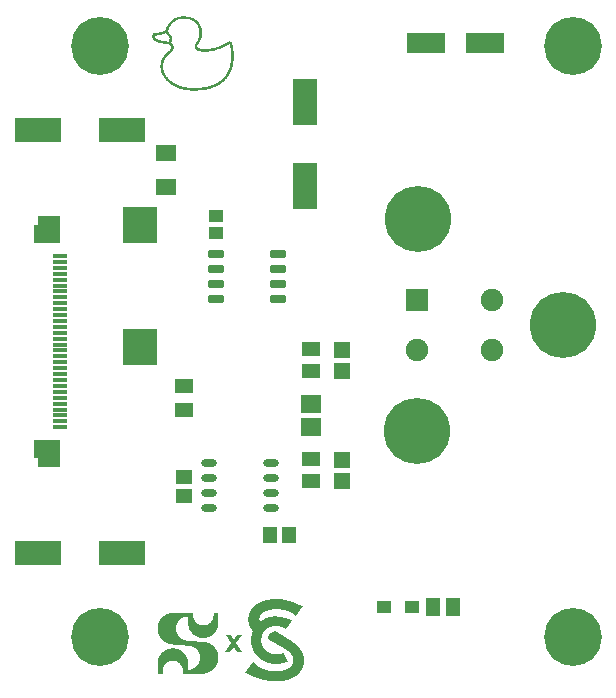
<source format=gts>
G04*
G04 #@! TF.GenerationSoftware,Altium Limited,Altium Designer,24.2.2 (26)*
G04*
G04 Layer_Color=8388736*
%FSLAX25Y25*%
%MOIN*%
G70*
G04*
G04 #@! TF.SameCoordinates,FC8948EB-AED8-47B0-A6AC-AC1B72ED221E*
G04*
G04*
G04 #@! TF.FilePolarity,Negative*
G04*
G01*
G75*
%ADD16R,0.07874X0.15748*%
%ADD23R,0.04921X0.04331*%
%ADD24R,0.07087X0.05276*%
%ADD25R,0.15748X0.07874*%
%ADD29R,0.05136X0.05733*%
%ADD30R,0.05756X0.05542*%
%ADD31R,0.05733X0.05136*%
%ADD32R,0.06109X0.05124*%
%ADD33R,0.12998X0.06699*%
%ADD34R,0.04724X0.01575*%
G04:AMPARAMS|DCode=35|XSize=25.65mil|YSize=53.21mil|CornerRadius=3.95mil|HoleSize=0mil|Usage=FLASHONLY|Rotation=90.000|XOffset=0mil|YOffset=0mil|HoleType=Round|Shape=RoundedRectangle|*
%AMROUNDEDRECTD35*
21,1,0.02565,0.04532,0,0,90.0*
21,1,0.01776,0.05321,0,0,90.0*
1,1,0.00790,0.02266,0.00888*
1,1,0.00790,0.02266,-0.00888*
1,1,0.00790,-0.02266,-0.00888*
1,1,0.00790,-0.02266,0.00888*
%
%ADD35ROUNDEDRECTD35*%
%ADD36R,0.05124X0.06109*%
%ADD37R,0.04534X0.04140*%
%ADD38R,0.11424X0.12211*%
%ADD39R,0.06109X0.04534*%
%ADD40O,0.05321X0.02565*%
%ADD41R,0.06502X0.05912*%
%ADD42C,0.22054*%
%ADD43C,0.07487*%
%ADD44R,0.07487X0.07487*%
%ADD45C,0.19298*%
G36*
X67386Y18673D02*
Y18595D01*
X67618D01*
Y18518D01*
X68081D01*
Y18441D01*
X68931D01*
Y18364D01*
X69858D01*
Y18286D01*
X70784D01*
Y18209D01*
X71711D01*
Y18132D01*
X72638D01*
Y18055D01*
X73564D01*
Y17977D01*
X74414D01*
Y17900D01*
X74723D01*
Y17823D01*
X75032D01*
Y17746D01*
X75264D01*
Y17669D01*
X75495D01*
Y17591D01*
X75650D01*
Y17514D01*
X75804D01*
Y17437D01*
X75959D01*
Y17360D01*
X76113D01*
Y17282D01*
X76190D01*
Y17205D01*
X76345D01*
Y17128D01*
X76499D01*
Y17051D01*
X76576D01*
Y16974D01*
X76654D01*
Y16896D01*
X76808D01*
Y16819D01*
X76885D01*
Y16742D01*
X76963D01*
Y16665D01*
X77040D01*
Y16587D01*
X77117D01*
Y16510D01*
X77194D01*
Y16433D01*
X77271D01*
Y16356D01*
X77349D01*
Y16278D01*
X77426D01*
Y16201D01*
X77503D01*
Y16124D01*
X77580D01*
Y16047D01*
X77658D01*
Y15892D01*
X77735D01*
Y15815D01*
X77812D01*
Y15661D01*
X77889D01*
Y15583D01*
X77966D01*
Y15429D01*
X78044D01*
Y15352D01*
X78121D01*
Y15197D01*
X78198D01*
Y15043D01*
X78275D01*
Y14888D01*
X78353D01*
Y14657D01*
X78430D01*
Y14502D01*
X78507D01*
Y14271D01*
X78584D01*
Y13962D01*
X78662D01*
Y13576D01*
X78739D01*
Y11876D01*
X78662D01*
Y11490D01*
X78584D01*
Y11259D01*
X78507D01*
Y11027D01*
X78430D01*
Y10795D01*
X78353D01*
Y10564D01*
X78275D01*
Y10409D01*
X78198D01*
Y10255D01*
X78121D01*
Y10177D01*
X78044D01*
Y10023D01*
X77966D01*
Y9869D01*
X77889D01*
Y9791D01*
X77812D01*
Y9637D01*
X77735D01*
Y9560D01*
X77658D01*
Y9482D01*
X77580D01*
Y9328D01*
X77503D01*
Y9251D01*
X77426D01*
Y9173D01*
X77349D01*
Y9096D01*
X77271D01*
Y9019D01*
X77194D01*
Y8942D01*
X77117D01*
Y8865D01*
X77040D01*
Y8787D01*
X76963D01*
Y8710D01*
X76885D01*
Y8633D01*
X76731D01*
Y8556D01*
X76654D01*
Y8478D01*
X76576D01*
Y8401D01*
X76422D01*
Y8324D01*
X76345D01*
Y8247D01*
X76190D01*
Y8170D01*
X76036D01*
Y8092D01*
X75959D01*
Y8015D01*
X75804D01*
Y7938D01*
X75573D01*
Y7861D01*
X75418D01*
Y7783D01*
X75186D01*
Y7706D01*
X74955D01*
Y7629D01*
X74646D01*
Y7552D01*
X74260D01*
Y7474D01*
X66923D01*
Y8942D01*
X66846D01*
Y9251D01*
X66768D01*
Y9482D01*
X66691D01*
Y9637D01*
X66614D01*
Y9869D01*
X66537D01*
Y9946D01*
X66460D01*
Y10100D01*
X66382D01*
Y10255D01*
X66305D01*
Y10332D01*
X66228D01*
Y10409D01*
X66151D01*
Y10486D01*
X66073D01*
Y10641D01*
X65996D01*
Y10718D01*
X65919D01*
Y10795D01*
X65842D01*
Y10872D01*
X65687D01*
Y10950D01*
X65610D01*
Y11027D01*
X65533D01*
Y11104D01*
X65378D01*
Y11181D01*
X65301D01*
Y11259D01*
X65147D01*
Y11336D01*
X64992D01*
Y11413D01*
X64838D01*
Y11490D01*
X64606D01*
Y11568D01*
X64297D01*
Y11645D01*
X63757D01*
Y11722D01*
X63370D01*
Y11645D01*
X62830D01*
Y11568D01*
X62521D01*
Y11490D01*
X62289D01*
Y11413D01*
X62135D01*
Y11336D01*
X61980D01*
Y11259D01*
X61826D01*
Y11181D01*
X61671D01*
Y11104D01*
X61594D01*
Y11027D01*
X61517D01*
Y10950D01*
X61362D01*
Y10872D01*
X61285D01*
Y10795D01*
X61208D01*
Y10718D01*
X61131D01*
Y10641D01*
X61054D01*
Y10564D01*
X60976D01*
Y10486D01*
X60899D01*
Y10332D01*
X60822D01*
Y10255D01*
X60745D01*
Y10100D01*
X60667D01*
Y10023D01*
X60590D01*
Y9869D01*
X60513D01*
Y9714D01*
X60436D01*
Y9560D01*
X60359D01*
Y9328D01*
X60281D01*
Y9019D01*
X60204D01*
Y7474D01*
X58505D01*
Y11568D01*
X58582D01*
Y11954D01*
X58659D01*
Y12263D01*
X58737D01*
Y12494D01*
X58814D01*
Y12726D01*
X58891D01*
Y12880D01*
X58968D01*
Y13035D01*
X59046D01*
Y13189D01*
X59123D01*
Y13344D01*
X59200D01*
Y13498D01*
X59277D01*
Y13576D01*
X59355D01*
Y13730D01*
X59432D01*
Y13807D01*
X59509D01*
Y13962D01*
X59586D01*
Y14039D01*
X59663D01*
Y14116D01*
X59741D01*
Y14193D01*
X59818D01*
Y14271D01*
X59895D01*
Y14348D01*
X59972D01*
Y14425D01*
X60050D01*
Y14502D01*
X60127D01*
Y14580D01*
X60204D01*
Y14657D01*
X60281D01*
Y14734D01*
X60359D01*
Y14811D01*
X60436D01*
Y14888D01*
X60590D01*
Y14966D01*
X60667D01*
Y15043D01*
X60822D01*
Y15120D01*
X60899D01*
Y15197D01*
X61054D01*
Y15274D01*
X61208D01*
Y15352D01*
X61362D01*
Y15429D01*
X61517D01*
Y15506D01*
X61671D01*
Y15583D01*
X61903D01*
Y15661D01*
X62135D01*
Y15738D01*
X62444D01*
Y15815D01*
X62907D01*
Y15892D01*
X64220D01*
Y15815D01*
X64683D01*
Y15738D01*
X64992D01*
Y15661D01*
X65224D01*
Y15583D01*
X65378D01*
Y15506D01*
X65610D01*
Y15429D01*
X65764D01*
Y15352D01*
X65919D01*
Y15274D01*
X66073D01*
Y15197D01*
X66151D01*
Y15120D01*
X66305D01*
Y15043D01*
X66460D01*
Y14966D01*
X66537D01*
Y14888D01*
X66614D01*
Y14811D01*
X66768D01*
Y14734D01*
X66846D01*
Y14657D01*
X66923D01*
Y14580D01*
X67000D01*
Y14502D01*
X67077D01*
Y14425D01*
X67155D01*
Y14348D01*
X67232D01*
Y14271D01*
X67309D01*
Y14193D01*
X67386D01*
Y14116D01*
X67463D01*
Y14039D01*
X67541D01*
Y13884D01*
X67618D01*
Y13807D01*
X67695D01*
Y13730D01*
X67772D01*
Y13576D01*
X67850D01*
Y13421D01*
X67927D01*
Y13344D01*
X68004D01*
Y13189D01*
X68081D01*
Y13035D01*
X68159D01*
Y12880D01*
X68236D01*
Y12649D01*
X68313D01*
Y12494D01*
X68390D01*
Y12185D01*
X68467D01*
Y11876D01*
X68545D01*
Y11490D01*
X68622D01*
Y8710D01*
X69162D01*
Y8787D01*
X69549D01*
Y8865D01*
X69858D01*
Y8942D01*
X70089D01*
Y9019D01*
X70244D01*
Y9096D01*
X70398D01*
Y9173D01*
X70553D01*
Y9251D01*
X70707D01*
Y9328D01*
X70784D01*
Y9405D01*
X70939D01*
Y9482D01*
X71016D01*
Y9560D01*
X71171D01*
Y9637D01*
X71248D01*
Y9714D01*
X71325D01*
Y9791D01*
X71402D01*
Y9869D01*
X71479D01*
Y9946D01*
X71557D01*
Y10023D01*
X71634D01*
Y10100D01*
X71711D01*
Y10177D01*
X71788D01*
Y10332D01*
X71865D01*
Y10409D01*
X71943D01*
Y10564D01*
X72020D01*
Y10641D01*
X72097D01*
Y10795D01*
X72174D01*
Y10950D01*
X72252D01*
Y11104D01*
X72329D01*
Y11259D01*
X72406D01*
Y11490D01*
X72483D01*
Y11799D01*
X72561D01*
Y12185D01*
X72638D01*
Y13344D01*
X72561D01*
Y13730D01*
X72483D01*
Y13962D01*
X72406D01*
Y14193D01*
X72329D01*
Y14348D01*
X72252D01*
Y14502D01*
X72174D01*
Y14657D01*
X72097D01*
Y14811D01*
X72020D01*
Y14966D01*
X71943D01*
Y15043D01*
X71865D01*
Y15120D01*
X71788D01*
Y15274D01*
X71711D01*
Y15352D01*
X71634D01*
Y15429D01*
X71557D01*
Y15506D01*
X71479D01*
Y15583D01*
X71402D01*
Y15661D01*
X71325D01*
Y15738D01*
X71248D01*
Y15815D01*
X71171D01*
Y15892D01*
X71093D01*
Y15970D01*
X70939D01*
Y16047D01*
X70862D01*
Y16124D01*
X70707D01*
Y16201D01*
X70553D01*
Y16278D01*
X70475D01*
Y16356D01*
X70321D01*
Y16433D01*
X70089D01*
Y16510D01*
X69858D01*
Y16587D01*
X69626D01*
Y16665D01*
X69240D01*
Y16742D01*
X68467D01*
Y16819D01*
X67463D01*
Y16896D01*
X66537D01*
Y16974D01*
X65610D01*
Y17051D01*
X64683D01*
Y17128D01*
X63679D01*
Y17205D01*
X62907D01*
Y17282D01*
X62521D01*
Y17360D01*
X62289D01*
Y17437D01*
X61980D01*
Y17514D01*
X61826D01*
Y17591D01*
X61594D01*
Y17669D01*
X61440D01*
Y17746D01*
X61285D01*
Y17823D01*
X61131D01*
Y17900D01*
X61054D01*
Y17977D01*
X60899D01*
Y18055D01*
X60822D01*
Y18132D01*
X60667D01*
Y18209D01*
X60590D01*
Y18286D01*
X60513D01*
Y18364D01*
X60359D01*
Y18441D01*
X60281D01*
Y18518D01*
X60204D01*
Y18595D01*
X60127D01*
Y18673D01*
X60050D01*
Y18750D01*
X59972D01*
Y18827D01*
X59895D01*
Y18904D01*
X59818D01*
Y18981D01*
X59741D01*
Y19059D01*
X59663D01*
Y19213D01*
X59586D01*
Y19290D01*
X59509D01*
Y19368D01*
X59432D01*
Y19522D01*
X59355D01*
Y19599D01*
X59277D01*
Y19754D01*
X59200D01*
Y19908D01*
X59123D01*
Y19985D01*
X59046D01*
Y20140D01*
X58968D01*
Y20372D01*
X58891D01*
Y20526D01*
X58814D01*
Y20758D01*
X58737D01*
Y20989D01*
X58659D01*
Y21298D01*
X58582D01*
Y21685D01*
X58505D01*
Y23229D01*
X58582D01*
Y23615D01*
X58659D01*
Y23924D01*
X58737D01*
Y24156D01*
X58814D01*
Y24387D01*
X58891D01*
Y24542D01*
X58968D01*
Y24774D01*
X59046D01*
Y24928D01*
X59123D01*
Y25005D01*
X59200D01*
Y25160D01*
X59277D01*
Y25314D01*
X59355D01*
Y25391D01*
X59432D01*
Y25546D01*
X59509D01*
Y25623D01*
X59586D01*
Y25700D01*
X59663D01*
Y25855D01*
X59741D01*
Y25932D01*
X59818D01*
Y26009D01*
X59895D01*
Y26087D01*
X59972D01*
Y26164D01*
X60050D01*
Y26241D01*
X60127D01*
Y26318D01*
X60204D01*
Y26395D01*
X60281D01*
Y26473D01*
X60359D01*
Y26550D01*
X60513D01*
Y26627D01*
X60590D01*
Y26704D01*
X60667D01*
Y26781D01*
X60822D01*
Y26859D01*
X60899D01*
Y26936D01*
X61054D01*
Y27013D01*
X61131D01*
Y27090D01*
X61285D01*
Y27168D01*
X61440D01*
Y27245D01*
X61594D01*
Y27322D01*
X61826D01*
Y27399D01*
X61980D01*
Y27477D01*
X62212D01*
Y27554D01*
X62521D01*
Y27631D01*
X62907D01*
Y27708D01*
X70321D01*
Y26318D01*
X70398D01*
Y25932D01*
X70475D01*
Y25700D01*
X70553D01*
Y25546D01*
X70630D01*
Y25391D01*
X70707D01*
Y25237D01*
X70784D01*
Y25082D01*
X70862D01*
Y25005D01*
X70939D01*
Y24851D01*
X71016D01*
Y24774D01*
X71093D01*
Y24696D01*
X71171D01*
Y24619D01*
X71248D01*
Y24542D01*
X71325D01*
Y24465D01*
X71402D01*
Y24387D01*
X71479D01*
Y24310D01*
X71557D01*
Y24233D01*
X71634D01*
Y24156D01*
X71711D01*
Y24079D01*
X71865D01*
Y24001D01*
X72020D01*
Y23924D01*
X72097D01*
Y23847D01*
X72252D01*
Y23770D01*
X72483D01*
Y23692D01*
X72715D01*
Y23615D01*
X72947D01*
Y23538D01*
X74414D01*
Y23615D01*
X74723D01*
Y23692D01*
X74955D01*
Y23770D01*
X75109D01*
Y23847D01*
X75264D01*
Y23924D01*
X75418D01*
Y24001D01*
X75495D01*
Y24079D01*
X75650D01*
Y24156D01*
X75727D01*
Y24233D01*
X75881D01*
Y24310D01*
X75959D01*
Y24387D01*
X76036D01*
Y24465D01*
X76113D01*
Y24542D01*
X76190D01*
Y24619D01*
X76267D01*
Y24696D01*
X76345D01*
Y24851D01*
X76422D01*
Y24928D01*
X76499D01*
Y25082D01*
X76576D01*
Y25160D01*
X76654D01*
Y25314D01*
X76731D01*
Y25469D01*
X76808D01*
Y25623D01*
X76885D01*
Y25855D01*
X76963D01*
Y26164D01*
X77040D01*
Y26781D01*
X77117D01*
Y27631D01*
X77040D01*
Y27708D01*
X78739D01*
Y23615D01*
X78662D01*
Y23229D01*
X78584D01*
Y22920D01*
X78507D01*
Y22688D01*
X78430D01*
Y22457D01*
X78353D01*
Y22302D01*
X78275D01*
Y22148D01*
X78198D01*
Y21993D01*
X78121D01*
Y21839D01*
X78044D01*
Y21685D01*
X77966D01*
Y21607D01*
X77889D01*
Y21453D01*
X77812D01*
Y21376D01*
X77735D01*
Y21221D01*
X77658D01*
Y21144D01*
X77580D01*
Y21067D01*
X77503D01*
Y20989D01*
X77426D01*
Y20912D01*
X77349D01*
Y20835D01*
X77271D01*
Y20758D01*
X77194D01*
Y20681D01*
X77117D01*
Y20603D01*
X77040D01*
Y20526D01*
X76963D01*
Y20449D01*
X76885D01*
Y20372D01*
X76731D01*
Y20294D01*
X76654D01*
Y20217D01*
X76576D01*
Y20140D01*
X76422D01*
Y20063D01*
X76345D01*
Y19985D01*
X76190D01*
Y19908D01*
X76036D01*
Y19831D01*
X75881D01*
Y19754D01*
X75727D01*
Y19677D01*
X75495D01*
Y19599D01*
X75341D01*
Y19522D01*
X75032D01*
Y19445D01*
X74723D01*
Y19368D01*
X74260D01*
Y19290D01*
X73101D01*
Y19368D01*
X72638D01*
Y19445D01*
X72329D01*
Y19522D01*
X72097D01*
Y19599D01*
X71865D01*
Y19677D01*
X71634D01*
Y19754D01*
X71479D01*
Y19831D01*
X71325D01*
Y19908D01*
X71171D01*
Y19985D01*
X71093D01*
Y20063D01*
X70939D01*
Y20140D01*
X70862D01*
Y20217D01*
X70707D01*
Y20294D01*
X70630D01*
Y20372D01*
X70553D01*
Y20449D01*
X70398D01*
Y20526D01*
X70321D01*
Y20603D01*
X70244D01*
Y20681D01*
X70166D01*
Y20758D01*
X70089D01*
Y20835D01*
X70012D01*
Y20912D01*
X69935D01*
Y20989D01*
X69858D01*
Y21067D01*
X69780D01*
Y21221D01*
X69703D01*
Y21298D01*
X69626D01*
Y21376D01*
X69549D01*
Y21530D01*
X69471D01*
Y21607D01*
X69394D01*
Y21762D01*
X69317D01*
Y21839D01*
X69240D01*
Y21993D01*
X69162D01*
Y22148D01*
X69085D01*
Y22302D01*
X69008D01*
Y22534D01*
X68931D01*
Y22766D01*
X68854D01*
Y22997D01*
X68776D01*
Y23306D01*
X68699D01*
Y23770D01*
X68622D01*
Y26473D01*
X68004D01*
Y26395D01*
X67618D01*
Y26318D01*
X67386D01*
Y26241D01*
X67155D01*
Y26164D01*
X67000D01*
Y26087D01*
X66846D01*
Y26009D01*
X66691D01*
Y25932D01*
X66537D01*
Y25855D01*
X66382D01*
Y25778D01*
X66305D01*
Y25700D01*
X66228D01*
Y25623D01*
X66073D01*
Y25546D01*
X65996D01*
Y25469D01*
X65919D01*
Y25391D01*
X65842D01*
Y25314D01*
X65764D01*
Y25237D01*
X65687D01*
Y25160D01*
X65610D01*
Y25082D01*
X65533D01*
Y25005D01*
X65456D01*
Y24851D01*
X65378D01*
Y24774D01*
X65301D01*
Y24696D01*
X65224D01*
Y24542D01*
X65147D01*
Y24387D01*
X65069D01*
Y24233D01*
X64992D01*
Y24079D01*
X64915D01*
Y23924D01*
X64838D01*
Y23692D01*
X64761D01*
Y23383D01*
X64683D01*
Y22997D01*
X64606D01*
Y21916D01*
X64683D01*
Y21530D01*
X64761D01*
Y21221D01*
X64838D01*
Y20989D01*
X64915D01*
Y20835D01*
X64992D01*
Y20681D01*
X65069D01*
Y20526D01*
X65147D01*
Y20372D01*
X65224D01*
Y20217D01*
X65301D01*
Y20140D01*
X65378D01*
Y20063D01*
X65456D01*
Y19908D01*
X65533D01*
Y19831D01*
X65610D01*
Y19754D01*
X65687D01*
Y19677D01*
X65764D01*
Y19599D01*
X65842D01*
Y19522D01*
X65919D01*
Y19445D01*
X65996D01*
Y19368D01*
X66073D01*
Y19290D01*
X66228D01*
Y19213D01*
X66305D01*
Y19136D01*
X66382D01*
Y19059D01*
X66537D01*
Y18981D01*
X66691D01*
Y18904D01*
X66846D01*
Y18827D01*
X67000D01*
Y18750D01*
X67155D01*
Y18673D01*
X67309D01*
X67386D01*
D02*
G37*
G36*
X98755Y32276D02*
X99143D01*
Y32253D01*
X99441D01*
Y32230D01*
X99646D01*
Y32207D01*
X99852D01*
Y32184D01*
X100012D01*
Y32162D01*
X100172D01*
Y32139D01*
X100309D01*
Y32116D01*
X100446D01*
Y32093D01*
X100584D01*
Y32070D01*
X100698D01*
Y32047D01*
X100812D01*
Y32024D01*
X100926D01*
Y32002D01*
X101041D01*
Y31979D01*
X101155D01*
Y31956D01*
X101247D01*
Y31933D01*
X101338D01*
Y31910D01*
X101429D01*
Y31887D01*
X101521D01*
Y31865D01*
X101612D01*
Y31842D01*
X101704D01*
Y31819D01*
X101795D01*
Y31796D01*
X101887D01*
Y31773D01*
X101955D01*
Y31750D01*
X102047D01*
Y31727D01*
X102115D01*
Y31705D01*
X102184D01*
Y31682D01*
X102275D01*
Y31659D01*
X102344D01*
Y31636D01*
X102412D01*
Y31613D01*
X102481D01*
Y31590D01*
X102572D01*
Y31567D01*
X102641D01*
Y31544D01*
X102709D01*
Y31522D01*
X102778D01*
Y31499D01*
X102847D01*
Y31476D01*
X102915D01*
Y31453D01*
X102961D01*
Y31430D01*
X103030D01*
Y31407D01*
X103098D01*
Y31384D01*
X103167D01*
Y31362D01*
X103235D01*
Y31339D01*
X103304D01*
Y31316D01*
X103350D01*
Y31293D01*
X103418D01*
Y31270D01*
X103487D01*
Y31247D01*
X103533D01*
Y31224D01*
X103601D01*
Y31201D01*
X103670D01*
Y31179D01*
X103715D01*
Y31156D01*
X103784D01*
Y31133D01*
X103830D01*
Y31110D01*
X103898D01*
Y31087D01*
X103944D01*
Y31064D01*
X104013D01*
Y31041D01*
X104058D01*
Y31019D01*
X104127D01*
Y30996D01*
X104173D01*
Y30973D01*
X104241D01*
Y30950D01*
X104287D01*
Y30927D01*
X104355D01*
Y30904D01*
X104401D01*
Y30882D01*
X104447D01*
Y30859D01*
X104516D01*
Y30836D01*
X104561D01*
Y30813D01*
X104630D01*
Y30790D01*
X104675D01*
Y30767D01*
X104721D01*
Y30744D01*
X104790D01*
Y30722D01*
X104835D01*
Y30699D01*
X104904D01*
Y30676D01*
X104950D01*
Y30653D01*
X104996D01*
Y30630D01*
X105064D01*
Y30607D01*
X105110D01*
Y30584D01*
X105156D01*
Y30562D01*
X105224D01*
Y30539D01*
X105270D01*
Y30516D01*
X105338D01*
Y30493D01*
X105384D01*
Y30470D01*
X105430D01*
Y30447D01*
X105498D01*
Y30424D01*
X105544D01*
Y30402D01*
X105590D01*
Y30379D01*
X105658D01*
Y30356D01*
X105704D01*
Y30333D01*
X105750D01*
Y30310D01*
X105818D01*
Y30287D01*
X105864D01*
Y30264D01*
X105910D01*
Y30241D01*
X105979D01*
Y30219D01*
X106024D01*
Y30196D01*
X106070D01*
Y30173D01*
X106139D01*
Y30150D01*
X106184D01*
Y30127D01*
X106230D01*
Y30104D01*
X106298D01*
Y30081D01*
X106344D01*
Y30059D01*
X106390D01*
Y30036D01*
X106458D01*
Y30013D01*
X106504D01*
Y29990D01*
X106550D01*
Y29967D01*
X106596D01*
Y29944D01*
X106664D01*
Y29921D01*
X106710D01*
Y29899D01*
X106756D01*
Y29876D01*
X106801D01*
Y29853D01*
X106824D01*
Y29807D01*
X106801D01*
Y29784D01*
X106779D01*
Y29761D01*
X106756D01*
Y29716D01*
X106733D01*
Y29693D01*
X106710D01*
Y29647D01*
X106687D01*
Y29624D01*
X106664D01*
Y29601D01*
X106641D01*
Y29556D01*
X106619D01*
Y29533D01*
X106596D01*
Y29510D01*
X106573D01*
Y29464D01*
X106550D01*
Y29441D01*
X106527D01*
Y29419D01*
X106504D01*
Y29373D01*
X106481D01*
Y29350D01*
X106458D01*
Y29327D01*
X106436D01*
Y29281D01*
X106413D01*
Y29258D01*
X106390D01*
Y29213D01*
X106367D01*
Y29190D01*
X106344D01*
Y29167D01*
X106321D01*
Y29121D01*
X106298D01*
Y29098D01*
X106276D01*
Y29076D01*
X106253D01*
Y29030D01*
X106230D01*
Y29007D01*
X106207D01*
Y28984D01*
X106184D01*
Y28938D01*
X106161D01*
Y28916D01*
X106139D01*
Y28893D01*
X106116D01*
Y28847D01*
X106093D01*
Y28824D01*
X106070D01*
Y28778D01*
X106047D01*
Y28756D01*
X106024D01*
Y28733D01*
X106001D01*
Y28687D01*
X105979D01*
Y28664D01*
X105956D01*
Y28641D01*
X105933D01*
Y28596D01*
X105910D01*
Y28573D01*
X105887D01*
Y28550D01*
X105864D01*
Y28504D01*
X105841D01*
Y28481D01*
X105818D01*
Y28458D01*
X105796D01*
Y28413D01*
X105773D01*
Y28390D01*
X105750D01*
Y28344D01*
X105727D01*
Y28321D01*
X105704D01*
Y28298D01*
X105681D01*
Y28253D01*
X105658D01*
Y28230D01*
X105636D01*
Y28207D01*
X105613D01*
Y28161D01*
X105590D01*
Y28138D01*
X105567D01*
Y28115D01*
X105544D01*
Y28070D01*
X105521D01*
Y28047D01*
X105498D01*
Y28024D01*
X105476D01*
Y27978D01*
X105453D01*
Y27955D01*
X105430D01*
Y27910D01*
X105407D01*
Y27887D01*
X105384D01*
Y27864D01*
X105361D01*
Y27818D01*
X105338D01*
Y27795D01*
X105315D01*
Y27773D01*
X105293D01*
Y27727D01*
X105270D01*
Y27704D01*
X105247D01*
Y27681D01*
X105224D01*
Y27635D01*
X105201D01*
Y27613D01*
X105178D01*
Y27567D01*
X105156D01*
Y27544D01*
X105133D01*
Y27521D01*
X105110D01*
Y27475D01*
X105087D01*
Y27453D01*
X105064D01*
Y27430D01*
X105041D01*
Y27384D01*
X105018D01*
Y27361D01*
X104996D01*
Y27338D01*
X104973D01*
Y27292D01*
X104950D01*
Y27270D01*
X104927D01*
Y27247D01*
X104904D01*
Y27201D01*
X104881D01*
Y27178D01*
X104858D01*
Y27132D01*
X104835D01*
Y27110D01*
X104813D01*
Y27087D01*
X104790D01*
Y27041D01*
X104767D01*
Y27018D01*
X104744D01*
Y26995D01*
X104721D01*
Y26950D01*
X104698D01*
Y26927D01*
X104675D01*
Y26904D01*
X104653D01*
Y26858D01*
X104630D01*
Y26835D01*
X104607D01*
Y26812D01*
X104584D01*
Y26767D01*
X104561D01*
Y26744D01*
X104538D01*
Y26721D01*
X104493D01*
Y26744D01*
X104470D01*
Y26767D01*
X104447D01*
Y26790D01*
X104424D01*
Y26812D01*
X104378D01*
Y26835D01*
X104355D01*
Y26858D01*
X104333D01*
Y26881D01*
X104310D01*
Y26904D01*
X104287D01*
Y26927D01*
X104241D01*
Y26950D01*
X104218D01*
Y26972D01*
X104195D01*
Y26995D01*
X104173D01*
Y27018D01*
X104127D01*
Y27041D01*
X104104D01*
Y27064D01*
X104081D01*
Y27087D01*
X104035D01*
Y27110D01*
X104013D01*
Y27132D01*
X103990D01*
Y27155D01*
X103944D01*
Y27178D01*
X103921D01*
Y27201D01*
X103898D01*
Y27224D01*
X103852D01*
Y27247D01*
X103830D01*
Y27270D01*
X103784D01*
Y27292D01*
X103761D01*
Y27315D01*
X103715D01*
Y27338D01*
X103692D01*
Y27361D01*
X103647D01*
Y27384D01*
X103624D01*
Y27407D01*
X103578D01*
Y27430D01*
X103555D01*
Y27453D01*
X103510D01*
Y27475D01*
X103487D01*
Y27498D01*
X103441D01*
Y27521D01*
X103395D01*
Y27544D01*
X103373D01*
Y27567D01*
X103327D01*
Y27590D01*
X103281D01*
Y27613D01*
X103258D01*
Y27635D01*
X103212D01*
Y27658D01*
X103167D01*
Y27681D01*
X103121D01*
Y27704D01*
X103098D01*
Y27727D01*
X103052D01*
Y27750D01*
X103007D01*
Y27773D01*
X102961D01*
Y27795D01*
X102915D01*
Y27818D01*
X102870D01*
Y27841D01*
X102824D01*
Y27864D01*
X102778D01*
Y27887D01*
X102732D01*
Y27910D01*
X102687D01*
Y27933D01*
X102641D01*
Y27955D01*
X102595D01*
Y27978D01*
X102550D01*
Y28001D01*
X102481D01*
Y28024D01*
X102435D01*
Y28047D01*
X102390D01*
Y28070D01*
X102344D01*
Y28093D01*
X102275D01*
Y28115D01*
X102229D01*
Y28138D01*
X102161D01*
Y28161D01*
X102115D01*
Y28184D01*
X102047D01*
Y28207D01*
X102001D01*
Y28230D01*
X101932D01*
Y28253D01*
X101864D01*
Y28275D01*
X101818D01*
Y28298D01*
X101749D01*
Y28321D01*
X101681D01*
Y28344D01*
X101612D01*
Y28367D01*
X101544D01*
Y28390D01*
X101475D01*
Y28413D01*
X101407D01*
Y28436D01*
X101338D01*
Y28458D01*
X101247D01*
Y28481D01*
X101178D01*
Y28504D01*
X101086D01*
Y28527D01*
X100995D01*
Y28550D01*
X100904D01*
Y28573D01*
X100835D01*
Y28596D01*
X100721D01*
Y28618D01*
X100629D01*
Y28641D01*
X100538D01*
Y28664D01*
X100424D01*
Y28687D01*
X100309D01*
Y28710D01*
X100172D01*
Y28733D01*
X100035D01*
Y28756D01*
X99898D01*
Y28778D01*
X99738D01*
Y28801D01*
X99578D01*
Y28824D01*
X99372D01*
Y28847D01*
X99143D01*
Y28870D01*
X98846D01*
Y28893D01*
X98389D01*
Y28916D01*
X97520D01*
Y28893D01*
X97132D01*
Y28870D01*
X96903D01*
Y28847D01*
X96697D01*
Y28824D01*
X96537D01*
Y28801D01*
X96377D01*
Y28778D01*
X96240D01*
Y28756D01*
X96126D01*
Y28733D01*
X96012D01*
Y28710D01*
X95897D01*
Y28687D01*
X95783D01*
Y28664D01*
X95692D01*
Y28641D01*
X95600D01*
Y28618D01*
X95509D01*
Y28596D01*
X95417D01*
Y28573D01*
X95349D01*
Y28550D01*
X95280D01*
Y28527D01*
X95189D01*
Y28504D01*
X95120D01*
Y28481D01*
X95051D01*
Y28458D01*
X94983D01*
Y28436D01*
X94914D01*
Y28413D01*
X94846D01*
Y28390D01*
X94800D01*
Y28367D01*
X94731D01*
Y28344D01*
X94663D01*
Y28321D01*
X94617D01*
Y28298D01*
X94572D01*
Y28275D01*
X94503D01*
Y28253D01*
X94457D01*
Y28230D01*
X94411D01*
Y28207D01*
X94366D01*
Y28184D01*
X94297D01*
Y28161D01*
X94252D01*
Y28138D01*
X94206D01*
Y28115D01*
X94160D01*
Y28093D01*
X94114D01*
Y28070D01*
X94091D01*
Y28047D01*
X94046D01*
Y28024D01*
X94000D01*
Y28001D01*
X93954D01*
Y27978D01*
X93909D01*
Y27955D01*
X93886D01*
Y27933D01*
X93840D01*
Y27910D01*
X93794D01*
Y27887D01*
X93771D01*
Y27864D01*
X93726D01*
Y27841D01*
X93703D01*
Y27818D01*
X93657D01*
Y27795D01*
X93634D01*
Y27773D01*
X93589D01*
Y27750D01*
X93566D01*
Y27727D01*
X93543D01*
Y27704D01*
X93497D01*
Y27681D01*
X93474D01*
Y27658D01*
X93451D01*
Y27635D01*
X93428D01*
Y27613D01*
X93383D01*
Y27590D01*
X93360D01*
Y27567D01*
X93337D01*
Y27544D01*
X93314D01*
Y27521D01*
X93291D01*
Y27498D01*
X93269D01*
Y27475D01*
X93246D01*
Y27453D01*
X93223D01*
Y27430D01*
X93200D01*
Y27407D01*
X93177D01*
Y27384D01*
X93154D01*
Y27361D01*
X93131D01*
Y27338D01*
X93108D01*
Y27315D01*
X93086D01*
Y27292D01*
X93063D01*
Y27270D01*
X93040D01*
Y27247D01*
X93017D01*
Y27224D01*
X92994D01*
Y27178D01*
X92971D01*
Y27155D01*
X92949D01*
Y27132D01*
X92926D01*
Y27110D01*
X92903D01*
Y27064D01*
X92880D01*
Y27041D01*
X92857D01*
Y26995D01*
X92834D01*
Y26972D01*
X92811D01*
Y26927D01*
X92788D01*
Y26904D01*
X92766D01*
Y26858D01*
X92743D01*
Y26812D01*
X92720D01*
Y26767D01*
X92697D01*
Y26744D01*
X92674D01*
Y26698D01*
X92651D01*
Y26653D01*
X92628D01*
Y26584D01*
X92606D01*
Y26538D01*
X92583D01*
Y26493D01*
X92560D01*
Y26424D01*
X92537D01*
Y26355D01*
X92514D01*
Y26287D01*
X92491D01*
Y26195D01*
X92468D01*
Y26081D01*
X92446D01*
Y25944D01*
X92423D01*
Y25487D01*
X92446D01*
Y25372D01*
X92468D01*
Y25281D01*
X92491D01*
Y25212D01*
X92514D01*
Y25167D01*
X92537D01*
Y25098D01*
X92560D01*
Y25075D01*
X92583D01*
Y25029D01*
X92606D01*
Y24984D01*
X92628D01*
Y24961D01*
X92651D01*
Y24938D01*
X92674D01*
Y24915D01*
X92697D01*
Y24892D01*
X92720D01*
Y24869D01*
X92743D01*
Y24847D01*
X92788D01*
Y24869D01*
X92834D01*
Y24892D01*
X92857D01*
Y24915D01*
X92880D01*
Y24938D01*
X92926D01*
Y24961D01*
X92949D01*
Y24984D01*
X92971D01*
Y25007D01*
X93017D01*
Y25029D01*
X93040D01*
Y25052D01*
X93086D01*
Y25075D01*
X93108D01*
Y25098D01*
X93131D01*
Y25121D01*
X93177D01*
Y25144D01*
X93200D01*
Y25167D01*
X93246D01*
Y25189D01*
X93269D01*
Y25212D01*
X93314D01*
Y25235D01*
X93337D01*
Y25258D01*
X93383D01*
Y25281D01*
X93428D01*
Y25304D01*
X93451D01*
Y25327D01*
X93497D01*
Y25350D01*
X93520D01*
Y25372D01*
X93566D01*
Y25395D01*
X93611D01*
Y25418D01*
X93657D01*
Y25441D01*
X93680D01*
Y25464D01*
X93726D01*
Y25487D01*
X93771D01*
Y25510D01*
X93817D01*
Y25532D01*
X93840D01*
Y25555D01*
X93886D01*
Y25578D01*
X93931D01*
Y25601D01*
X93977D01*
Y25624D01*
X94023D01*
Y25647D01*
X94069D01*
Y25670D01*
X94114D01*
Y25692D01*
X94160D01*
Y25715D01*
X94206D01*
Y25738D01*
X94252D01*
Y25761D01*
X94297D01*
Y25784D01*
X94343D01*
Y25807D01*
X94411D01*
Y25829D01*
X94457D01*
Y25852D01*
X94503D01*
Y25875D01*
X94572D01*
Y25898D01*
X94617D01*
Y25921D01*
X94663D01*
Y25944D01*
X94731D01*
Y25967D01*
X94800D01*
Y25989D01*
X94846D01*
Y26012D01*
X94914D01*
Y26035D01*
X94983D01*
Y26058D01*
X95051D01*
Y26081D01*
X95097D01*
Y26104D01*
X95166D01*
Y26127D01*
X95257D01*
Y26150D01*
X95326D01*
Y26172D01*
X95394D01*
Y26195D01*
X95486D01*
Y26218D01*
X95555D01*
Y26241D01*
X95646D01*
Y26264D01*
X95737D01*
Y26287D01*
X95829D01*
Y26310D01*
X95943D01*
Y26332D01*
X96034D01*
Y26355D01*
X96149D01*
Y26378D01*
X96286D01*
Y26401D01*
X96423D01*
Y26424D01*
X96583D01*
Y26447D01*
X96789D01*
Y26470D01*
X97040D01*
Y26493D01*
X98298D01*
Y26470D01*
X98641D01*
Y26447D01*
X98869D01*
Y26424D01*
X99075D01*
Y26401D01*
X99258D01*
Y26378D01*
X99418D01*
Y26355D01*
X99555D01*
Y26332D01*
X99692D01*
Y26310D01*
X99806D01*
Y26287D01*
X99921D01*
Y26264D01*
X100035D01*
Y26241D01*
X100126D01*
Y26218D01*
X100241D01*
Y26195D01*
X100332D01*
Y26172D01*
X100424D01*
Y26150D01*
X100515D01*
Y26127D01*
X100606D01*
Y26104D01*
X100675D01*
Y26081D01*
X100767D01*
Y26058D01*
X100835D01*
Y26035D01*
X100926D01*
Y26012D01*
X100995D01*
Y25989D01*
X101064D01*
Y25967D01*
X101155D01*
Y25944D01*
X101224D01*
Y25921D01*
X101292D01*
Y25898D01*
X101361D01*
Y25875D01*
X101429D01*
Y25852D01*
X101498D01*
Y25829D01*
X101567D01*
Y25807D01*
X101612D01*
Y25784D01*
X101681D01*
Y25761D01*
X101749D01*
Y25738D01*
X101818D01*
Y25715D01*
X101887D01*
Y25692D01*
X101932D01*
Y25670D01*
X102001D01*
Y25647D01*
X102069D01*
Y25624D01*
X102138D01*
Y25601D01*
X102207D01*
Y25578D01*
X102252D01*
Y25555D01*
X102321D01*
Y25532D01*
X102390D01*
Y25510D01*
X102458D01*
Y25487D01*
X102504D01*
Y25464D01*
X102572D01*
Y25441D01*
X102641D01*
Y25418D01*
X102687D01*
Y25395D01*
X102755D01*
Y25372D01*
X102824D01*
Y25350D01*
X102870D01*
Y25327D01*
X102938D01*
Y25304D01*
X102984D01*
Y25281D01*
X103052D01*
Y25258D01*
X103121D01*
Y25235D01*
X103167D01*
Y25212D01*
X103235D01*
Y25189D01*
X103281D01*
Y25167D01*
X103350D01*
Y25144D01*
X103327D01*
Y25098D01*
X103304D01*
Y25075D01*
X103281D01*
Y25052D01*
X103258D01*
Y25007D01*
X103235D01*
Y24984D01*
X103212D01*
Y24938D01*
X103190D01*
Y24915D01*
X103167D01*
Y24892D01*
X103144D01*
Y24847D01*
X103121D01*
Y24824D01*
X103098D01*
Y24801D01*
X103075D01*
Y24755D01*
X103052D01*
Y24732D01*
X103030D01*
Y24709D01*
X103007D01*
Y24664D01*
X102984D01*
Y24641D01*
X102961D01*
Y24618D01*
X102938D01*
Y24572D01*
X102915D01*
Y24549D01*
X102892D01*
Y24527D01*
X102870D01*
Y24481D01*
X102847D01*
Y24458D01*
X102824D01*
Y24435D01*
X102801D01*
Y24389D01*
X102778D01*
Y24366D01*
X102755D01*
Y24321D01*
X102732D01*
Y24298D01*
X102709D01*
Y24275D01*
X102687D01*
Y24229D01*
X102664D01*
Y24206D01*
X102641D01*
Y24184D01*
X102618D01*
Y24138D01*
X102595D01*
Y24115D01*
X102572D01*
Y24092D01*
X102550D01*
Y24047D01*
X102527D01*
Y24024D01*
X102504D01*
Y24001D01*
X102481D01*
Y23955D01*
X102458D01*
Y23932D01*
X102435D01*
Y23909D01*
X102412D01*
Y23864D01*
X102390D01*
Y23841D01*
X102367D01*
Y23795D01*
X102344D01*
Y23772D01*
X102321D01*
Y23749D01*
X102298D01*
Y23704D01*
X102275D01*
Y23681D01*
X102252D01*
Y23658D01*
X102229D01*
Y23612D01*
X102207D01*
Y23589D01*
X102184D01*
Y23566D01*
X102161D01*
Y23521D01*
X102138D01*
Y23498D01*
X102115D01*
Y23475D01*
X102092D01*
Y23429D01*
X102069D01*
Y23406D01*
X102047D01*
Y23383D01*
X102024D01*
Y23338D01*
X102001D01*
Y23315D01*
X101978D01*
Y23292D01*
X101955D01*
Y23246D01*
X101932D01*
Y23223D01*
X101909D01*
Y23178D01*
X101887D01*
Y23155D01*
X101864D01*
Y23132D01*
X101841D01*
Y23086D01*
X101818D01*
Y23064D01*
X101795D01*
Y23041D01*
X101772D01*
Y22995D01*
X101749D01*
Y22972D01*
X101727D01*
Y22949D01*
X101704D01*
Y22904D01*
X101681D01*
Y22881D01*
X101658D01*
Y22858D01*
X101635D01*
Y22812D01*
X101612D01*
Y22789D01*
X101589D01*
Y22766D01*
X101567D01*
Y22721D01*
X101544D01*
Y22698D01*
X101521D01*
Y22675D01*
X101498D01*
Y22629D01*
X101475D01*
Y22606D01*
X101452D01*
Y22561D01*
X101429D01*
Y22538D01*
X101407D01*
Y22515D01*
X101384D01*
Y22469D01*
X101361D01*
Y22446D01*
X101338D01*
Y22423D01*
X101315D01*
Y22378D01*
X101292D01*
Y22355D01*
X101269D01*
Y22332D01*
X101247D01*
Y22286D01*
X101224D01*
Y22263D01*
X101201D01*
Y22241D01*
X101155D01*
Y22263D01*
X101132D01*
Y22286D01*
X101109D01*
Y22309D01*
X101064D01*
Y22332D01*
X101041D01*
Y22355D01*
X100995D01*
Y22378D01*
X100972D01*
Y22401D01*
X100949D01*
Y22423D01*
X100904D01*
Y22446D01*
X100881D01*
Y22469D01*
X100835D01*
Y22492D01*
X100789D01*
Y22515D01*
X100767D01*
Y22538D01*
X100721D01*
Y22561D01*
X100675D01*
Y22583D01*
X100652D01*
Y22606D01*
X100606D01*
Y22629D01*
X100561D01*
Y22652D01*
X100538D01*
Y22675D01*
X100492D01*
Y22698D01*
X100446D01*
Y22721D01*
X100401D01*
Y22743D01*
X100355D01*
Y22766D01*
X100309D01*
Y22789D01*
X100264D01*
Y22812D01*
X100218D01*
Y22835D01*
X100172D01*
Y22858D01*
X100126D01*
Y22881D01*
X100081D01*
Y22904D01*
X100035D01*
Y22926D01*
X99989D01*
Y22949D01*
X99921D01*
Y22972D01*
X99875D01*
Y22995D01*
X99829D01*
Y23018D01*
X99761D01*
Y23041D01*
X99715D01*
Y23064D01*
X99646D01*
Y23086D01*
X99578D01*
Y23109D01*
X99509D01*
Y23132D01*
X99418D01*
Y23155D01*
X99349D01*
Y23178D01*
X99258D01*
Y23201D01*
X99166D01*
Y23223D01*
X99052D01*
Y23246D01*
X98938D01*
Y23269D01*
X98800D01*
Y23292D01*
X98618D01*
Y23315D01*
X98366D01*
Y23338D01*
X97497D01*
Y23315D01*
X97246D01*
Y23292D01*
X97086D01*
Y23269D01*
X96949D01*
Y23246D01*
X96835D01*
Y23223D01*
X96720D01*
Y23201D01*
X96629D01*
Y23178D01*
X96537D01*
Y23155D01*
X96446D01*
Y23132D01*
X96377D01*
Y23109D01*
X96286D01*
Y23086D01*
X96217D01*
Y23064D01*
X96149D01*
Y23041D01*
X96103D01*
Y23018D01*
X96034D01*
Y22995D01*
X95966D01*
Y22972D01*
X95920D01*
Y22949D01*
X95875D01*
Y22926D01*
X95806D01*
Y22904D01*
X95760D01*
Y22881D01*
X95714D01*
Y22858D01*
X95669D01*
Y22835D01*
X95623D01*
Y22812D01*
X95577D01*
Y22789D01*
X95532D01*
Y22766D01*
X95486D01*
Y22743D01*
X95440D01*
Y22721D01*
X95394D01*
Y22698D01*
X95349D01*
Y22675D01*
X95326D01*
Y22652D01*
X95280D01*
Y22629D01*
X95234D01*
Y22606D01*
X95212D01*
Y22583D01*
X95166D01*
Y22561D01*
X95143D01*
Y22538D01*
X95097D01*
Y22515D01*
X95074D01*
Y22492D01*
X95029D01*
Y22469D01*
X95006D01*
Y22446D01*
X94960D01*
Y22423D01*
X94937D01*
Y22401D01*
X94914D01*
Y22378D01*
X94869D01*
Y22355D01*
X94846D01*
Y22332D01*
X94823D01*
Y22309D01*
X94777D01*
Y22286D01*
X94754D01*
Y22263D01*
X94731D01*
Y22241D01*
X94709D01*
Y22218D01*
X94663D01*
Y22195D01*
X94640D01*
Y22172D01*
X94617D01*
Y22149D01*
X94594D01*
Y22126D01*
X94572D01*
Y22103D01*
X94549D01*
Y22081D01*
X94526D01*
Y22058D01*
X94503D01*
Y22035D01*
X94480D01*
Y22012D01*
X94457D01*
Y21989D01*
X94434D01*
Y21966D01*
X94411D01*
Y21943D01*
X94389D01*
Y21921D01*
X94366D01*
Y21898D01*
X94343D01*
Y21875D01*
X94320D01*
Y21852D01*
X94297D01*
Y21829D01*
X94274D01*
Y21806D01*
X94252D01*
Y21783D01*
X94229D01*
Y21760D01*
X94206D01*
Y21738D01*
X94183D01*
Y21715D01*
X94160D01*
Y21692D01*
X94137D01*
Y21646D01*
X94114D01*
Y21623D01*
X94091D01*
Y21600D01*
X94069D01*
Y21578D01*
X94046D01*
Y21555D01*
X94023D01*
Y21509D01*
X94000D01*
Y21486D01*
X93977D01*
Y21463D01*
X93954D01*
Y21418D01*
X93931D01*
Y21395D01*
X93909D01*
Y21349D01*
X93886D01*
Y21326D01*
X93863D01*
Y21303D01*
X93840D01*
Y21258D01*
X93817D01*
Y21235D01*
X93794D01*
Y21189D01*
X93771D01*
Y21166D01*
X93749D01*
Y21120D01*
X93726D01*
Y21075D01*
X93703D01*
Y21052D01*
X93680D01*
Y21006D01*
X93657D01*
Y20960D01*
X93634D01*
Y20915D01*
X93611D01*
Y20892D01*
X93589D01*
Y20846D01*
X93566D01*
Y20800D01*
X93543D01*
Y20755D01*
X93520D01*
Y20709D01*
X93497D01*
Y20663D01*
X93474D01*
Y20595D01*
X93451D01*
Y20549D01*
X93428D01*
Y20503D01*
X93406D01*
Y20458D01*
X93383D01*
Y20389D01*
X93360D01*
Y20343D01*
X93337D01*
Y20275D01*
X93314D01*
Y20206D01*
X93291D01*
Y20137D01*
X93269D01*
Y20069D01*
X93246D01*
Y20000D01*
X93223D01*
Y19932D01*
X93200D01*
Y19840D01*
X93177D01*
Y19749D01*
X93154D01*
Y19657D01*
X93131D01*
Y19543D01*
X93108D01*
Y19406D01*
X93086D01*
Y19269D01*
X93063D01*
Y19086D01*
X93040D01*
Y18743D01*
X93017D01*
Y18377D01*
X93040D01*
Y18057D01*
X93063D01*
Y17897D01*
X93086D01*
Y17737D01*
X93108D01*
Y17623D01*
X93131D01*
Y17531D01*
X93154D01*
Y17440D01*
X93177D01*
Y17349D01*
X93200D01*
Y17280D01*
X93223D01*
Y17189D01*
X93246D01*
Y17120D01*
X93269D01*
Y17051D01*
X93291D01*
Y16983D01*
X93314D01*
Y16937D01*
X93337D01*
Y16869D01*
X93360D01*
Y16823D01*
X93383D01*
Y16754D01*
X93406D01*
Y16709D01*
X93428D01*
Y16663D01*
X93451D01*
Y16617D01*
X93474D01*
Y16571D01*
X93497D01*
Y16526D01*
X93520D01*
Y16480D01*
X93543D01*
Y16434D01*
X93566D01*
Y16388D01*
X93589D01*
Y16343D01*
X93611D01*
Y16297D01*
X93634D01*
Y16251D01*
X93657D01*
Y16229D01*
X93680D01*
Y16183D01*
X93703D01*
Y16137D01*
X93726D01*
Y16114D01*
X93749D01*
Y16068D01*
X93771D01*
Y16046D01*
X93794D01*
Y16000D01*
X93817D01*
Y15977D01*
X93840D01*
Y15931D01*
X93863D01*
Y15908D01*
X93886D01*
Y15863D01*
X93909D01*
Y15840D01*
X93931D01*
Y15817D01*
X93954D01*
Y15771D01*
X93977D01*
Y15748D01*
X94000D01*
Y15726D01*
X94023D01*
Y15680D01*
X94046D01*
Y15657D01*
X94069D01*
Y15634D01*
X94091D01*
Y15588D01*
X94114D01*
Y15565D01*
X94137D01*
Y15543D01*
X94160D01*
Y15520D01*
X94183D01*
Y15497D01*
X94206D01*
Y15474D01*
X94229D01*
Y15428D01*
X94252D01*
Y15405D01*
X94274D01*
Y15383D01*
X94297D01*
Y15360D01*
X94320D01*
Y15337D01*
X94343D01*
Y15314D01*
X94366D01*
Y15291D01*
X94389D01*
Y15268D01*
X94411D01*
Y15246D01*
X94434D01*
Y15223D01*
X94457D01*
Y15200D01*
X94480D01*
Y15177D01*
X94503D01*
Y15154D01*
X94526D01*
Y15131D01*
X94549D01*
Y15108D01*
X94572D01*
Y15086D01*
X94594D01*
Y15063D01*
X94640D01*
Y15040D01*
X94663D01*
Y15017D01*
X94686D01*
Y14994D01*
X94709D01*
Y14971D01*
X94731D01*
Y14948D01*
X94754D01*
Y14925D01*
X94800D01*
Y14903D01*
X94823D01*
Y14880D01*
X94846D01*
Y14857D01*
X94892D01*
Y14834D01*
X94914D01*
Y14811D01*
X94937D01*
Y14788D01*
X94983D01*
Y14765D01*
X95006D01*
Y14743D01*
X95029D01*
Y14720D01*
X95074D01*
Y14697D01*
X95097D01*
Y14674D01*
X95143D01*
Y14651D01*
X95166D01*
Y14628D01*
X95212D01*
Y14605D01*
X95234D01*
Y14583D01*
X95280D01*
Y14560D01*
X95326D01*
Y14537D01*
X95349D01*
Y14514D01*
X95394D01*
Y14491D01*
X95440D01*
Y14468D01*
X95486D01*
Y14445D01*
X95509D01*
Y14423D01*
X95555D01*
Y14400D01*
X95600D01*
Y14377D01*
X95646D01*
Y14354D01*
X95692D01*
Y14331D01*
X95737D01*
Y14308D01*
X95806D01*
Y14285D01*
X95852D01*
Y14263D01*
X95897D01*
Y14240D01*
X95943D01*
Y14217D01*
X96012D01*
Y14194D01*
X96057D01*
Y14171D01*
X96126D01*
Y14148D01*
X96194D01*
Y14125D01*
X96263D01*
Y14103D01*
X96332D01*
Y14080D01*
X96400D01*
Y14057D01*
X96469D01*
Y14034D01*
X96560D01*
Y14011D01*
X96652D01*
Y13988D01*
X96743D01*
Y13965D01*
X96858D01*
Y13942D01*
X96995D01*
Y13920D01*
X97132D01*
Y13897D01*
X97338D01*
Y13874D01*
X97658D01*
Y13851D01*
X98252D01*
Y13874D01*
X98618D01*
Y13897D01*
X98823D01*
Y13920D01*
X98983D01*
Y13942D01*
X99098D01*
Y13965D01*
X99212D01*
Y13988D01*
X99326D01*
Y14011D01*
X99418D01*
Y14034D01*
X99509D01*
Y14057D01*
X99578D01*
Y14080D01*
X99646D01*
Y14103D01*
X99715D01*
Y14125D01*
X99783D01*
Y14148D01*
X99852D01*
Y14171D01*
X99921D01*
Y14194D01*
X99966D01*
Y14217D01*
X100035D01*
Y14240D01*
X100081D01*
Y14263D01*
X100126D01*
Y14285D01*
X100195D01*
Y14308D01*
X100241D01*
Y14331D01*
X100286D01*
Y14354D01*
X100332D01*
Y14331D01*
X100355D01*
Y14285D01*
X100378D01*
Y14240D01*
X100401D01*
Y14217D01*
X100424D01*
Y14171D01*
X100446D01*
Y14125D01*
X100469D01*
Y14080D01*
X100492D01*
Y14034D01*
X100515D01*
Y14011D01*
X100538D01*
Y13965D01*
X100561D01*
Y13920D01*
X100584D01*
Y13874D01*
X100606D01*
Y13828D01*
X100629D01*
Y13782D01*
X100652D01*
Y13760D01*
X100675D01*
Y13714D01*
X100698D01*
Y13668D01*
X100721D01*
Y13623D01*
X100744D01*
Y13577D01*
X100767D01*
Y13531D01*
X100789D01*
Y13508D01*
X100812D01*
Y13462D01*
X100835D01*
Y13417D01*
X100858D01*
Y13371D01*
X100881D01*
Y13325D01*
X100904D01*
Y13280D01*
X100926D01*
Y13257D01*
X100949D01*
Y13211D01*
X100972D01*
Y13165D01*
X100995D01*
Y13119D01*
X101018D01*
Y13074D01*
X101041D01*
Y13051D01*
X101064D01*
Y13005D01*
X101086D01*
Y12959D01*
X101109D01*
Y12914D01*
X101132D01*
Y12868D01*
X101155D01*
Y12822D01*
X101178D01*
Y12799D01*
X101201D01*
Y12754D01*
X101224D01*
Y12708D01*
X101247D01*
Y12662D01*
X101269D01*
Y12617D01*
X101292D01*
Y12571D01*
X101315D01*
Y12548D01*
X101338D01*
Y12502D01*
X101361D01*
Y12457D01*
X101384D01*
Y12411D01*
X101407D01*
Y12365D01*
X101429D01*
Y12342D01*
X101452D01*
Y12297D01*
X101475D01*
Y12251D01*
X101498D01*
Y12205D01*
X101521D01*
Y12159D01*
X101544D01*
Y12114D01*
X101567D01*
Y12091D01*
X101589D01*
Y12045D01*
X101612D01*
Y11999D01*
X101635D01*
Y11954D01*
X101658D01*
Y11908D01*
X101681D01*
Y11862D01*
X101704D01*
Y11839D01*
X101727D01*
Y11794D01*
X101749D01*
Y11748D01*
X101772D01*
Y11702D01*
X101795D01*
Y11656D01*
X101818D01*
Y11634D01*
X101841D01*
Y11588D01*
X101864D01*
Y11519D01*
X101818D01*
Y11496D01*
X101772D01*
Y11474D01*
X101727D01*
Y11451D01*
X101681D01*
Y11428D01*
X101635D01*
Y11405D01*
X101567D01*
Y11382D01*
X101521D01*
Y11359D01*
X101475D01*
Y11337D01*
X101407D01*
Y11314D01*
X101361D01*
Y11291D01*
X101292D01*
Y11268D01*
X101224D01*
Y11245D01*
X101178D01*
Y11222D01*
X101109D01*
Y11199D01*
X101041D01*
Y11176D01*
X100972D01*
Y11154D01*
X100904D01*
Y11131D01*
X100835D01*
Y11108D01*
X100744D01*
Y11085D01*
X100675D01*
Y11062D01*
X100584D01*
Y11039D01*
X100515D01*
Y11016D01*
X100424D01*
Y10994D01*
X100332D01*
Y10971D01*
X100218D01*
Y10948D01*
X100126D01*
Y10925D01*
X100012D01*
Y10902D01*
X99898D01*
Y10879D01*
X99761D01*
Y10856D01*
X99624D01*
Y10834D01*
X99463D01*
Y10811D01*
X99281D01*
Y10788D01*
X99075D01*
Y10765D01*
X98800D01*
Y10742D01*
X98435D01*
Y10719D01*
X97109D01*
Y10742D01*
X96835D01*
Y10765D01*
X96629D01*
Y10788D01*
X96446D01*
Y10811D01*
X96309D01*
Y10834D01*
X96172D01*
Y10856D01*
X96057D01*
Y10879D01*
X95943D01*
Y10902D01*
X95829D01*
Y10925D01*
X95737D01*
Y10948D01*
X95646D01*
Y10971D01*
X95555D01*
Y10994D01*
X95463D01*
Y11016D01*
X95372D01*
Y11039D01*
X95303D01*
Y11062D01*
X95234D01*
Y11085D01*
X95143D01*
Y11108D01*
X95074D01*
Y11131D01*
X95006D01*
Y11154D01*
X94937D01*
Y11176D01*
X94869D01*
Y11199D01*
X94823D01*
Y11222D01*
X94754D01*
Y11245D01*
X94686D01*
Y11268D01*
X94640D01*
Y11291D01*
X94572D01*
Y11314D01*
X94526D01*
Y11337D01*
X94457D01*
Y11359D01*
X94411D01*
Y11382D01*
X94343D01*
Y11405D01*
X94297D01*
Y11428D01*
X94252D01*
Y11451D01*
X94206D01*
Y11474D01*
X94137D01*
Y11496D01*
X94091D01*
Y11519D01*
X94046D01*
Y11542D01*
X94000D01*
Y11565D01*
X93954D01*
Y11588D01*
X93909D01*
Y11611D01*
X93863D01*
Y11634D01*
X93817D01*
Y11656D01*
X93771D01*
Y11679D01*
X93726D01*
Y11702D01*
X93703D01*
Y11725D01*
X93657D01*
Y11748D01*
X93611D01*
Y11771D01*
X93566D01*
Y11794D01*
X93520D01*
Y11817D01*
X93497D01*
Y11839D01*
X93451D01*
Y11862D01*
X93406D01*
Y11885D01*
X93360D01*
Y11908D01*
X93337D01*
Y11931D01*
X93291D01*
Y11954D01*
X93269D01*
Y11977D01*
X93223D01*
Y11999D01*
X93177D01*
Y12022D01*
X93154D01*
Y12045D01*
X93108D01*
Y12068D01*
X93086D01*
Y12091D01*
X93040D01*
Y12114D01*
X93017D01*
Y12137D01*
X92971D01*
Y12159D01*
X92949D01*
Y12182D01*
X92926D01*
Y12205D01*
X92880D01*
Y12228D01*
X92857D01*
Y12251D01*
X92811D01*
Y12274D01*
X92788D01*
Y12297D01*
X92766D01*
Y12319D01*
X92720D01*
Y12342D01*
X92697D01*
Y12365D01*
X92674D01*
Y12388D01*
X92628D01*
Y12411D01*
X92606D01*
Y12434D01*
X92583D01*
Y12457D01*
X92537D01*
Y12479D01*
X92514D01*
Y12502D01*
X92491D01*
Y12525D01*
X92468D01*
Y12548D01*
X92423D01*
Y12571D01*
X92400D01*
Y12594D01*
X92377D01*
Y12617D01*
X92354D01*
Y12640D01*
X92331D01*
Y12662D01*
X92286D01*
Y12685D01*
X92263D01*
Y12708D01*
X92240D01*
Y12731D01*
X92217D01*
Y12754D01*
X92194D01*
Y12777D01*
X92171D01*
Y12799D01*
X92148D01*
Y12822D01*
X92125D01*
Y12845D01*
X92103D01*
Y12868D01*
X92057D01*
Y12891D01*
X92034D01*
Y12914D01*
X92011D01*
Y12937D01*
X91988D01*
Y12959D01*
X91966D01*
Y12982D01*
X91943D01*
Y13005D01*
X91920D01*
Y13028D01*
X91897D01*
Y13051D01*
X91874D01*
Y13074D01*
X91851D01*
Y13097D01*
X91828D01*
Y13119D01*
X91805D01*
Y13142D01*
X91783D01*
Y13165D01*
X91760D01*
Y13188D01*
X91737D01*
Y13211D01*
X91714D01*
Y13234D01*
X91691D01*
Y13257D01*
X91668D01*
Y13302D01*
X91645D01*
Y13325D01*
X91623D01*
Y13348D01*
X91600D01*
Y13371D01*
X91577D01*
Y13394D01*
X91554D01*
Y13417D01*
X91531D01*
Y13440D01*
X91508D01*
Y13462D01*
X91485D01*
Y13508D01*
X91463D01*
Y13531D01*
X91440D01*
Y13554D01*
X91417D01*
Y13577D01*
X91394D01*
Y13600D01*
X91371D01*
Y13645D01*
X91348D01*
Y13668D01*
X91325D01*
Y13691D01*
X91303D01*
Y13714D01*
X91280D01*
Y13760D01*
X91257D01*
Y13782D01*
X91234D01*
Y13805D01*
X91211D01*
Y13828D01*
X91188D01*
Y13874D01*
X91165D01*
Y13897D01*
X91143D01*
Y13920D01*
X91120D01*
Y13965D01*
X91097D01*
Y13988D01*
X91074D01*
Y14034D01*
X91051D01*
Y14057D01*
X91028D01*
Y14080D01*
X91005D01*
Y14125D01*
X90983D01*
Y14148D01*
X90960D01*
Y14194D01*
X90937D01*
Y14217D01*
X90914D01*
Y14263D01*
X90891D01*
Y14285D01*
X90868D01*
Y14331D01*
X90845D01*
Y14354D01*
X90822D01*
Y14400D01*
X90800D01*
Y14445D01*
X90777D01*
Y14468D01*
X90754D01*
Y14514D01*
X90731D01*
Y14560D01*
X90708D01*
Y14583D01*
X90685D01*
Y14628D01*
X90662D01*
Y14674D01*
X90640D01*
Y14697D01*
X90617D01*
Y14743D01*
X90594D01*
Y14788D01*
X90571D01*
Y14834D01*
X90548D01*
Y14880D01*
X90525D01*
Y14925D01*
X90503D01*
Y14971D01*
X90480D01*
Y15017D01*
X90457D01*
Y15063D01*
X90434D01*
Y15108D01*
X90411D01*
Y15154D01*
X90388D01*
Y15200D01*
X90365D01*
Y15246D01*
X90342D01*
Y15291D01*
X90320D01*
Y15337D01*
X90297D01*
Y15383D01*
X90274D01*
Y15451D01*
X90251D01*
Y15497D01*
X90228D01*
Y15543D01*
X90205D01*
Y15611D01*
X90182D01*
Y15657D01*
X90160D01*
Y15726D01*
X90137D01*
Y15794D01*
X90114D01*
Y15840D01*
X90091D01*
Y15908D01*
X90068D01*
Y15977D01*
X90045D01*
Y16046D01*
X90022D01*
Y16114D01*
X90000D01*
Y16183D01*
X89977D01*
Y16251D01*
X89954D01*
Y16320D01*
X89931D01*
Y16411D01*
X89908D01*
Y16480D01*
X89885D01*
Y16571D01*
X89862D01*
Y16663D01*
X89840D01*
Y16754D01*
X89817D01*
Y16869D01*
X89794D01*
Y16960D01*
X89771D01*
Y17074D01*
X89748D01*
Y17211D01*
X89725D01*
Y17349D01*
X89702D01*
Y17509D01*
X89679D01*
Y17692D01*
X89657D01*
Y17966D01*
X89634D01*
Y19040D01*
X89657D01*
Y19315D01*
X89679D01*
Y19543D01*
X89702D01*
Y19703D01*
X89725D01*
Y19863D01*
X89748D01*
Y20000D01*
X89771D01*
Y20137D01*
X89794D01*
Y20252D01*
X89817D01*
Y20343D01*
X89840D01*
Y20458D01*
X89862D01*
Y20549D01*
X89885D01*
Y20640D01*
X89908D01*
Y20732D01*
X89931D01*
Y20823D01*
X89954D01*
Y20892D01*
X89977D01*
Y20960D01*
X90000D01*
Y21052D01*
X90022D01*
Y21120D01*
X90045D01*
Y21189D01*
X90068D01*
Y21258D01*
X90091D01*
Y21303D01*
X90114D01*
Y21372D01*
X90137D01*
Y21441D01*
X90160D01*
Y21486D01*
X90182D01*
Y21555D01*
X90205D01*
Y21600D01*
X90228D01*
Y21692D01*
X90205D01*
Y21715D01*
X90182D01*
Y21738D01*
X90160D01*
Y21760D01*
X90137D01*
Y21783D01*
X90114D01*
Y21806D01*
X90091D01*
Y21829D01*
X90068D01*
Y21875D01*
X90045D01*
Y21898D01*
X90022D01*
Y21921D01*
X90000D01*
Y21943D01*
X89977D01*
Y21966D01*
X89954D01*
Y21989D01*
X89931D01*
Y22035D01*
X89908D01*
Y22058D01*
X89885D01*
Y22081D01*
X89862D01*
Y22103D01*
X89840D01*
Y22149D01*
X89817D01*
Y22172D01*
X89794D01*
Y22195D01*
X89771D01*
Y22241D01*
X89748D01*
Y22263D01*
X89725D01*
Y22309D01*
X89702D01*
Y22332D01*
X89679D01*
Y22355D01*
X89657D01*
Y22401D01*
X89634D01*
Y22423D01*
X89611D01*
Y22469D01*
X89588D01*
Y22492D01*
X89565D01*
Y22538D01*
X89542D01*
Y22561D01*
X89520D01*
Y22606D01*
X89497D01*
Y22652D01*
X89474D01*
Y22675D01*
X89451D01*
Y22721D01*
X89428D01*
Y22766D01*
X89405D01*
Y22789D01*
X89382D01*
Y22835D01*
X89359D01*
Y22881D01*
X89337D01*
Y22926D01*
X89314D01*
Y22972D01*
X89291D01*
Y23018D01*
X89268D01*
Y23064D01*
X89245D01*
Y23109D01*
X89222D01*
Y23155D01*
X89200D01*
Y23201D01*
X89177D01*
Y23269D01*
X89154D01*
Y23315D01*
X89131D01*
Y23361D01*
X89108D01*
Y23429D01*
X89085D01*
Y23475D01*
X89062D01*
Y23544D01*
X89039D01*
Y23612D01*
X89017D01*
Y23681D01*
X88994D01*
Y23749D01*
X88971D01*
Y23818D01*
X88948D01*
Y23909D01*
X88925D01*
Y23978D01*
X88902D01*
Y24069D01*
X88879D01*
Y24184D01*
X88857D01*
Y24275D01*
X88834D01*
Y24389D01*
X88811D01*
Y24549D01*
X88788D01*
Y24709D01*
X88765D01*
Y24938D01*
X88742D01*
Y25944D01*
X88765D01*
Y26172D01*
X88788D01*
Y26355D01*
X88811D01*
Y26493D01*
X88834D01*
Y26630D01*
X88857D01*
Y26744D01*
X88879D01*
Y26835D01*
X88902D01*
Y26927D01*
X88925D01*
Y27018D01*
X88948D01*
Y27110D01*
X88971D01*
Y27201D01*
X88994D01*
Y27270D01*
X89017D01*
Y27338D01*
X89039D01*
Y27407D01*
X89062D01*
Y27475D01*
X89085D01*
Y27544D01*
X89108D01*
Y27613D01*
X89131D01*
Y27658D01*
X89154D01*
Y27727D01*
X89177D01*
Y27773D01*
X89200D01*
Y27841D01*
X89222D01*
Y27887D01*
X89245D01*
Y27933D01*
X89268D01*
Y28001D01*
X89291D01*
Y28047D01*
X89314D01*
Y28093D01*
X89337D01*
Y28138D01*
X89359D01*
Y28184D01*
X89382D01*
Y28230D01*
X89405D01*
Y28275D01*
X89428D01*
Y28321D01*
X89451D01*
Y28367D01*
X89474D01*
Y28390D01*
X89497D01*
Y28436D01*
X89520D01*
Y28481D01*
X89542D01*
Y28527D01*
X89565D01*
Y28550D01*
X89588D01*
Y28596D01*
X89611D01*
Y28641D01*
X89634D01*
Y28664D01*
X89657D01*
Y28710D01*
X89679D01*
Y28733D01*
X89702D01*
Y28778D01*
X89725D01*
Y28801D01*
X89748D01*
Y28847D01*
X89771D01*
Y28870D01*
X89794D01*
Y28916D01*
X89817D01*
Y28938D01*
X89840D01*
Y28984D01*
X89862D01*
Y29007D01*
X89885D01*
Y29053D01*
X89908D01*
Y29076D01*
X89931D01*
Y29098D01*
X89954D01*
Y29144D01*
X89977D01*
Y29167D01*
X90000D01*
Y29190D01*
X90022D01*
Y29213D01*
X90045D01*
Y29258D01*
X90068D01*
Y29281D01*
X90091D01*
Y29304D01*
X90114D01*
Y29327D01*
X90137D01*
Y29373D01*
X90160D01*
Y29396D01*
X90182D01*
Y29419D01*
X90205D01*
Y29441D01*
X90228D01*
Y29464D01*
X90251D01*
Y29487D01*
X90274D01*
Y29510D01*
X90297D01*
Y29556D01*
X90320D01*
Y29579D01*
X90342D01*
Y29601D01*
X90365D01*
Y29624D01*
X90388D01*
Y29647D01*
X90411D01*
Y29670D01*
X90434D01*
Y29693D01*
X90457D01*
Y29716D01*
X90480D01*
Y29739D01*
X90503D01*
Y29761D01*
X90525D01*
Y29784D01*
X90548D01*
Y29807D01*
X90571D01*
Y29830D01*
X90594D01*
Y29853D01*
X90617D01*
Y29876D01*
X90640D01*
Y29899D01*
X90662D01*
Y29921D01*
X90685D01*
Y29944D01*
X90708D01*
Y29967D01*
X90731D01*
Y29990D01*
X90754D01*
Y30013D01*
X90800D01*
Y30036D01*
X90822D01*
Y30059D01*
X90845D01*
Y30081D01*
X90868D01*
Y30104D01*
X90891D01*
Y30127D01*
X90914D01*
Y30150D01*
X90960D01*
Y30173D01*
X90983D01*
Y30196D01*
X91005D01*
Y30219D01*
X91028D01*
Y30241D01*
X91051D01*
Y30264D01*
X91097D01*
Y30287D01*
X91120D01*
Y30310D01*
X91143D01*
Y30333D01*
X91188D01*
Y30356D01*
X91211D01*
Y30379D01*
X91234D01*
Y30402D01*
X91257D01*
Y30424D01*
X91303D01*
Y30447D01*
X91325D01*
Y30470D01*
X91371D01*
Y30493D01*
X91394D01*
Y30516D01*
X91417D01*
Y30539D01*
X91463D01*
Y30562D01*
X91485D01*
Y30584D01*
X91531D01*
Y30607D01*
X91554D01*
Y30630D01*
X91600D01*
Y30653D01*
X91623D01*
Y30676D01*
X91668D01*
Y30699D01*
X91691D01*
Y30722D01*
X91737D01*
Y30744D01*
X91783D01*
Y30767D01*
X91805D01*
Y30790D01*
X91851D01*
Y30813D01*
X91874D01*
Y30836D01*
X91920D01*
Y30859D01*
X91966D01*
Y30882D01*
X92011D01*
Y30904D01*
X92034D01*
Y30927D01*
X92080D01*
Y30950D01*
X92125D01*
Y30973D01*
X92171D01*
Y30996D01*
X92217D01*
Y31019D01*
X92240D01*
Y31041D01*
X92286D01*
Y31064D01*
X92331D01*
Y31087D01*
X92377D01*
Y31110D01*
X92423D01*
Y31133D01*
X92468D01*
Y31156D01*
X92514D01*
Y31179D01*
X92560D01*
Y31201D01*
X92606D01*
Y31224D01*
X92674D01*
Y31247D01*
X92720D01*
Y31270D01*
X92766D01*
Y31293D01*
X92811D01*
Y31316D01*
X92857D01*
Y31339D01*
X92926D01*
Y31362D01*
X92971D01*
Y31384D01*
X93040D01*
Y31407D01*
X93086D01*
Y31430D01*
X93154D01*
Y31453D01*
X93200D01*
Y31476D01*
X93269D01*
Y31499D01*
X93314D01*
Y31522D01*
X93383D01*
Y31544D01*
X93451D01*
Y31567D01*
X93520D01*
Y31590D01*
X93566D01*
Y31613D01*
X93634D01*
Y31636D01*
X93703D01*
Y31659D01*
X93771D01*
Y31682D01*
X93863D01*
Y31705D01*
X93931D01*
Y31727D01*
X94000D01*
Y31750D01*
X94069D01*
Y31773D01*
X94160D01*
Y31796D01*
X94252D01*
Y31819D01*
X94320D01*
Y31842D01*
X94411D01*
Y31865D01*
X94503D01*
Y31887D01*
X94594D01*
Y31910D01*
X94686D01*
Y31933D01*
X94777D01*
Y31956D01*
X94892D01*
Y31979D01*
X95006D01*
Y32002D01*
X95120D01*
Y32024D01*
X95234D01*
Y32047D01*
X95349D01*
Y32070D01*
X95486D01*
Y32093D01*
X95623D01*
Y32116D01*
X95760D01*
Y32139D01*
X95943D01*
Y32162D01*
X96103D01*
Y32184D01*
X96309D01*
Y32207D01*
X96515D01*
Y32230D01*
X96766D01*
Y32253D01*
X97086D01*
Y32276D01*
X97543D01*
Y32299D01*
X98755D01*
Y32276D01*
D02*
G37*
G36*
X97726Y21578D02*
X97749D01*
Y21555D01*
X97795D01*
Y21532D01*
X97840D01*
Y21509D01*
X97886D01*
Y21486D01*
X97909D01*
Y21463D01*
X97955D01*
Y21441D01*
X98001D01*
Y21418D01*
X98023D01*
Y21395D01*
X98069D01*
Y21372D01*
X98115D01*
Y21349D01*
X98138D01*
Y21326D01*
X98183D01*
Y21303D01*
X98229D01*
Y21280D01*
X98252D01*
Y21258D01*
X98298D01*
Y21235D01*
X98343D01*
Y21212D01*
X98389D01*
Y21189D01*
X98412D01*
Y21166D01*
X98458D01*
Y21143D01*
X98503D01*
Y21120D01*
X98526D01*
Y21098D01*
X98572D01*
Y21075D01*
X98618D01*
Y21052D01*
X98641D01*
Y21029D01*
X98686D01*
Y21006D01*
X98732D01*
Y20983D01*
X98755D01*
Y20960D01*
X98800D01*
Y20937D01*
X98846D01*
Y20915D01*
X98892D01*
Y20892D01*
X98915D01*
Y20869D01*
X98961D01*
Y20846D01*
X99006D01*
Y20823D01*
X99029D01*
Y20800D01*
X99075D01*
Y20777D01*
X99121D01*
Y20755D01*
X99143D01*
Y20732D01*
X99189D01*
Y20709D01*
X99235D01*
Y20686D01*
X99258D01*
Y20663D01*
X99303D01*
Y20640D01*
X99349D01*
Y20617D01*
X99372D01*
Y20595D01*
X99418D01*
Y20572D01*
X99463D01*
Y20549D01*
X99486D01*
Y20526D01*
X99532D01*
Y20503D01*
X99578D01*
Y20480D01*
X99601D01*
Y20458D01*
X99646D01*
Y20435D01*
X99692D01*
Y20412D01*
X99715D01*
Y20389D01*
X99761D01*
Y20366D01*
X99806D01*
Y20343D01*
X99829D01*
Y20320D01*
X99875D01*
Y20298D01*
X99921D01*
Y20275D01*
X99944D01*
Y20252D01*
X99989D01*
Y20229D01*
X100035D01*
Y20206D01*
X100058D01*
Y20183D01*
X100103D01*
Y20160D01*
X100126D01*
Y20137D01*
X100172D01*
Y20115D01*
X100218D01*
Y20092D01*
X100241D01*
Y20069D01*
X100286D01*
Y20046D01*
X100332D01*
Y20023D01*
X100355D01*
Y20000D01*
X100401D01*
Y19977D01*
X100446D01*
Y19955D01*
X100469D01*
Y19932D01*
X100515D01*
Y19909D01*
X100561D01*
Y19886D01*
X100584D01*
Y19863D01*
X100629D01*
Y19840D01*
X100652D01*
Y19817D01*
X100698D01*
Y19795D01*
X100744D01*
Y19772D01*
X100767D01*
Y19749D01*
X100812D01*
Y19726D01*
X100858D01*
Y19703D01*
X100881D01*
Y19680D01*
X100926D01*
Y19657D01*
X100949D01*
Y19635D01*
X100995D01*
Y19612D01*
X101041D01*
Y19589D01*
X101064D01*
Y19566D01*
X101109D01*
Y19543D01*
X101155D01*
Y19520D01*
X101178D01*
Y19497D01*
X101224D01*
Y19475D01*
X101247D01*
Y19452D01*
X101292D01*
Y19429D01*
X101338D01*
Y19406D01*
X101361D01*
Y19383D01*
X101407D01*
Y19360D01*
X101429D01*
Y19337D01*
X101475D01*
Y19315D01*
X101521D01*
Y19292D01*
X101544D01*
Y19269D01*
X101589D01*
Y19246D01*
X101612D01*
Y19223D01*
X101658D01*
Y19200D01*
X101704D01*
Y19177D01*
X101727D01*
Y19154D01*
X101772D01*
Y19132D01*
X101795D01*
Y19109D01*
X101841D01*
Y19086D01*
X101864D01*
Y19063D01*
X101909D01*
Y19040D01*
X101955D01*
Y19017D01*
X101978D01*
Y18994D01*
X102024D01*
Y18972D01*
X102047D01*
Y18949D01*
X102092D01*
Y18926D01*
X102115D01*
Y18903D01*
X102161D01*
Y18880D01*
X102184D01*
Y18857D01*
X102229D01*
Y18835D01*
X102252D01*
Y18812D01*
X102298D01*
Y18789D01*
X102321D01*
Y18766D01*
X102367D01*
Y18743D01*
X102390D01*
Y18720D01*
X102435D01*
Y18697D01*
X102458D01*
Y18674D01*
X102504D01*
Y18652D01*
X102527D01*
Y18629D01*
X102572D01*
Y18606D01*
X102595D01*
Y18583D01*
X102641D01*
Y18560D01*
X102664D01*
Y18537D01*
X102709D01*
Y18514D01*
X102732D01*
Y18492D01*
X102778D01*
Y18469D01*
X102801D01*
Y18446D01*
X102847D01*
Y18423D01*
X102870D01*
Y18400D01*
X102915D01*
Y18377D01*
X102938D01*
Y18354D01*
X102961D01*
Y18331D01*
X103007D01*
Y18309D01*
X103030D01*
Y18286D01*
X103075D01*
Y18263D01*
X103098D01*
Y18240D01*
X103121D01*
Y18217D01*
X103167D01*
Y18194D01*
X103190D01*
Y18171D01*
X103235D01*
Y18149D01*
X103258D01*
Y18126D01*
X103281D01*
Y18103D01*
X103327D01*
Y18080D01*
X103350D01*
Y18057D01*
X103395D01*
Y18034D01*
X103418D01*
Y18011D01*
X103441D01*
Y17989D01*
X103487D01*
Y17966D01*
X103510D01*
Y17943D01*
X103533D01*
Y17920D01*
X103578D01*
Y17897D01*
X103601D01*
Y17874D01*
X103624D01*
Y17852D01*
X103670D01*
Y17829D01*
X103692D01*
Y17806D01*
X103715D01*
Y17783D01*
X103738D01*
Y17760D01*
X103784D01*
Y17737D01*
X103807D01*
Y17714D01*
X103830D01*
Y17692D01*
X103875D01*
Y17669D01*
X103898D01*
Y17646D01*
X103921D01*
Y17623D01*
X103944D01*
Y17600D01*
X103990D01*
Y17577D01*
X104013D01*
Y17554D01*
X104035D01*
Y17531D01*
X104058D01*
Y17509D01*
X104104D01*
Y17486D01*
X104127D01*
Y17463D01*
X104150D01*
Y17440D01*
X104173D01*
Y17417D01*
X104218D01*
Y17394D01*
X104241D01*
Y17371D01*
X104264D01*
Y17349D01*
X104287D01*
Y17326D01*
X104310D01*
Y17303D01*
X104355D01*
Y17280D01*
X104378D01*
Y17257D01*
X104401D01*
Y17234D01*
X104424D01*
Y17211D01*
X104447D01*
Y17189D01*
X104470D01*
Y17166D01*
X104516D01*
Y17143D01*
X104538D01*
Y17120D01*
X104561D01*
Y17097D01*
X104584D01*
Y17074D01*
X104607D01*
Y17051D01*
X104630D01*
Y17029D01*
X104653D01*
Y17006D01*
X104675D01*
Y16983D01*
X104721D01*
Y16960D01*
X104744D01*
Y16937D01*
X104767D01*
Y16914D01*
X104790D01*
Y16891D01*
X104813D01*
Y16869D01*
X104835D01*
Y16846D01*
X104858D01*
Y16823D01*
X104881D01*
Y16800D01*
X104904D01*
Y16777D01*
X104927D01*
Y16754D01*
X104950D01*
Y16731D01*
X104973D01*
Y16709D01*
X104996D01*
Y16686D01*
X105018D01*
Y16663D01*
X105041D01*
Y16640D01*
X105064D01*
Y16617D01*
X105087D01*
Y16594D01*
X105110D01*
Y16571D01*
X105133D01*
Y16548D01*
X105156D01*
Y16526D01*
X105178D01*
Y16503D01*
X105201D01*
Y16480D01*
X105224D01*
Y16457D01*
X105247D01*
Y16434D01*
X105270D01*
Y16411D01*
X105293D01*
Y16388D01*
X105315D01*
Y16366D01*
X105338D01*
Y16343D01*
X105361D01*
Y16320D01*
X105384D01*
Y16297D01*
X105407D01*
Y16274D01*
X105430D01*
Y16251D01*
X105453D01*
Y16229D01*
X105476D01*
Y16206D01*
X105498D01*
Y16183D01*
X105521D01*
Y16137D01*
X105544D01*
Y16114D01*
X105567D01*
Y16091D01*
X105590D01*
Y16068D01*
X105613D01*
Y16046D01*
X105636D01*
Y16023D01*
X105658D01*
Y16000D01*
X105681D01*
Y15954D01*
X105704D01*
Y15931D01*
X105727D01*
Y15908D01*
X105750D01*
Y15886D01*
X105773D01*
Y15863D01*
X105796D01*
Y15817D01*
X105818D01*
Y15794D01*
X105841D01*
Y15771D01*
X105864D01*
Y15748D01*
X105887D01*
Y15703D01*
X105910D01*
Y15680D01*
X105933D01*
Y15657D01*
X105956D01*
Y15611D01*
X105979D01*
Y15588D01*
X106001D01*
Y15565D01*
X106024D01*
Y15520D01*
X106047D01*
Y15497D01*
X106070D01*
Y15474D01*
X106093D01*
Y15428D01*
X106116D01*
Y15405D01*
X106139D01*
Y15383D01*
X106161D01*
Y15337D01*
X106184D01*
Y15314D01*
X106207D01*
Y15268D01*
X106230D01*
Y15246D01*
X106253D01*
Y15200D01*
X106276D01*
Y15177D01*
X106298D01*
Y15131D01*
X106321D01*
Y15108D01*
X106344D01*
Y15063D01*
X106367D01*
Y15040D01*
X106390D01*
Y14994D01*
X106413D01*
Y14948D01*
X106436D01*
Y14925D01*
X106458D01*
Y14880D01*
X106481D01*
Y14834D01*
X106504D01*
Y14811D01*
X106527D01*
Y14765D01*
X106550D01*
Y14720D01*
X106573D01*
Y14674D01*
X106596D01*
Y14628D01*
X106619D01*
Y14583D01*
X106641D01*
Y14560D01*
X106664D01*
Y14514D01*
X106687D01*
Y14468D01*
X106710D01*
Y14423D01*
X106733D01*
Y14377D01*
X106756D01*
Y14308D01*
X106779D01*
Y14263D01*
X106801D01*
Y14217D01*
X106824D01*
Y14171D01*
X106847D01*
Y14103D01*
X106870D01*
Y14057D01*
X106893D01*
Y14011D01*
X106916D01*
Y13942D01*
X106939D01*
Y13874D01*
X106961D01*
Y13828D01*
X106984D01*
Y13760D01*
X107007D01*
Y13691D01*
X107030D01*
Y13623D01*
X107053D01*
Y13554D01*
X107076D01*
Y13485D01*
X107099D01*
Y13394D01*
X107122D01*
Y13302D01*
X107144D01*
Y13211D01*
X107167D01*
Y13119D01*
X107190D01*
Y13028D01*
X107213D01*
Y12914D01*
X107236D01*
Y12777D01*
X107259D01*
Y12617D01*
X107281D01*
Y12434D01*
X107304D01*
Y12159D01*
X107327D01*
Y11474D01*
X107304D01*
Y11199D01*
X107281D01*
Y11016D01*
X107259D01*
Y10856D01*
X107236D01*
Y10719D01*
X107213D01*
Y10605D01*
X107190D01*
Y10514D01*
X107167D01*
Y10399D01*
X107144D01*
Y10308D01*
X107122D01*
Y10239D01*
X107099D01*
Y10148D01*
X107076D01*
Y10079D01*
X107053D01*
Y10011D01*
X107030D01*
Y9942D01*
X107007D01*
Y9873D01*
X106984D01*
Y9805D01*
X106961D01*
Y9736D01*
X106939D01*
Y9691D01*
X106916D01*
Y9622D01*
X106893D01*
Y9576D01*
X106870D01*
Y9508D01*
X106847D01*
Y9462D01*
X106824D01*
Y9416D01*
X106801D01*
Y9348D01*
X106779D01*
Y9302D01*
X106756D01*
Y9256D01*
X106733D01*
Y9211D01*
X106710D01*
Y9165D01*
X106687D01*
Y9119D01*
X106664D01*
Y9073D01*
X106641D01*
Y9028D01*
X106619D01*
Y8982D01*
X106596D01*
Y8936D01*
X106573D01*
Y8890D01*
X106550D01*
Y8868D01*
X106527D01*
Y8822D01*
X106504D01*
Y8776D01*
X106481D01*
Y8753D01*
X106458D01*
Y8708D01*
X106436D01*
Y8662D01*
X106413D01*
Y8639D01*
X106390D01*
Y8593D01*
X106367D01*
Y8548D01*
X106344D01*
Y8525D01*
X106321D01*
Y8479D01*
X106298D01*
Y8456D01*
X106276D01*
Y8410D01*
X106253D01*
Y8388D01*
X106230D01*
Y8342D01*
X106207D01*
Y8319D01*
X106184D01*
Y8296D01*
X106161D01*
Y8250D01*
X106139D01*
Y8228D01*
X106116D01*
Y8182D01*
X106093D01*
Y8159D01*
X106070D01*
Y8136D01*
X106047D01*
Y8090D01*
X106024D01*
Y8067D01*
X106001D01*
Y8045D01*
X105979D01*
Y8022D01*
X105956D01*
Y7976D01*
X105933D01*
Y7953D01*
X105910D01*
Y7930D01*
X105887D01*
Y7908D01*
X105864D01*
Y7862D01*
X105841D01*
Y7839D01*
X105818D01*
Y7816D01*
X105796D01*
Y7793D01*
X105773D01*
Y7770D01*
X105750D01*
Y7747D01*
X105727D01*
Y7725D01*
X105704D01*
Y7679D01*
X105681D01*
Y7656D01*
X105658D01*
Y7633D01*
X105636D01*
Y7610D01*
X105613D01*
Y7587D01*
X105590D01*
Y7565D01*
X105567D01*
Y7542D01*
X105544D01*
Y7519D01*
X105521D01*
Y7496D01*
X105498D01*
Y7473D01*
X105476D01*
Y7450D01*
X105453D01*
Y7428D01*
X105430D01*
Y7405D01*
X105407D01*
Y7382D01*
X105384D01*
Y7359D01*
X105361D01*
Y7336D01*
X105338D01*
Y7313D01*
X105315D01*
Y7290D01*
X105293D01*
Y7267D01*
X105270D01*
Y7245D01*
X105247D01*
Y7222D01*
X105224D01*
Y7199D01*
X105201D01*
Y7176D01*
X105178D01*
Y7153D01*
X105156D01*
Y7130D01*
X105110D01*
Y7107D01*
X105087D01*
Y7085D01*
X105064D01*
Y7062D01*
X105041D01*
Y7039D01*
X105018D01*
Y7016D01*
X104996D01*
Y6993D01*
X104950D01*
Y6970D01*
X104927D01*
Y6947D01*
X104904D01*
Y6925D01*
X104881D01*
Y6902D01*
X104835D01*
Y6879D01*
X104813D01*
Y6856D01*
X104790D01*
Y6833D01*
X104767D01*
Y6810D01*
X104721D01*
Y6787D01*
X104698D01*
Y6764D01*
X104675D01*
Y6742D01*
X104630D01*
Y6719D01*
X104607D01*
Y6696D01*
X104584D01*
Y6673D01*
X104538D01*
Y6650D01*
X104516D01*
Y6627D01*
X104470D01*
Y6605D01*
X104447D01*
Y6582D01*
X104424D01*
Y6559D01*
X104378D01*
Y6536D01*
X104355D01*
Y6513D01*
X104310D01*
Y6490D01*
X104287D01*
Y6467D01*
X104241D01*
Y6444D01*
X104195D01*
Y6422D01*
X104173D01*
Y6399D01*
X104127D01*
Y6376D01*
X104104D01*
Y6353D01*
X104058D01*
Y6330D01*
X104013D01*
Y6307D01*
X103990D01*
Y6284D01*
X103944D01*
Y6262D01*
X103898D01*
Y6239D01*
X103852D01*
Y6216D01*
X103830D01*
Y6193D01*
X103784D01*
Y6170D01*
X103738D01*
Y6147D01*
X103692D01*
Y6125D01*
X103647D01*
Y6102D01*
X103601D01*
Y6079D01*
X103555D01*
Y6056D01*
X103510D01*
Y6033D01*
X103464D01*
Y6010D01*
X103418D01*
Y5987D01*
X103373D01*
Y5965D01*
X103327D01*
Y5942D01*
X103281D01*
Y5919D01*
X103235D01*
Y5896D01*
X103167D01*
Y5873D01*
X103121D01*
Y5850D01*
X103075D01*
Y5827D01*
X103007D01*
Y5804D01*
X102961D01*
Y5782D01*
X102915D01*
Y5759D01*
X102847D01*
Y5736D01*
X102801D01*
Y5713D01*
X102732D01*
Y5690D01*
X102664D01*
Y5667D01*
X102618D01*
Y5644D01*
X102550D01*
Y5622D01*
X102481D01*
Y5599D01*
X102412D01*
Y5576D01*
X102367D01*
Y5553D01*
X102298D01*
Y5530D01*
X102229D01*
Y5507D01*
X102138D01*
Y5484D01*
X102069D01*
Y5461D01*
X102001D01*
Y5439D01*
X101932D01*
Y5416D01*
X101841D01*
Y5393D01*
X101772D01*
Y5370D01*
X101681D01*
Y5347D01*
X101612D01*
Y5324D01*
X101521D01*
Y5302D01*
X101429D01*
Y5279D01*
X101338D01*
Y5256D01*
X101224D01*
Y5233D01*
X101132D01*
Y5210D01*
X101041D01*
Y5187D01*
X100926D01*
Y5164D01*
X100812D01*
Y5142D01*
X100698D01*
Y5119D01*
X100561D01*
Y5096D01*
X100446D01*
Y5073D01*
X100309D01*
Y5050D01*
X100149D01*
Y5027D01*
X99989D01*
Y5004D01*
X99829D01*
Y4981D01*
X99624D01*
Y4959D01*
X99418D01*
Y4936D01*
X99166D01*
Y4913D01*
X98846D01*
Y4890D01*
X98412D01*
Y4867D01*
X97177D01*
Y4890D01*
X96766D01*
Y4913D01*
X96492D01*
Y4936D01*
X96240D01*
Y4959D01*
X96034D01*
Y4981D01*
X95852D01*
Y5004D01*
X95692D01*
Y5027D01*
X95532D01*
Y5050D01*
X95394D01*
Y5073D01*
X95234D01*
Y5096D01*
X95097D01*
Y5119D01*
X94983D01*
Y5142D01*
X94869D01*
Y5164D01*
X94731D01*
Y5187D01*
X94617D01*
Y5210D01*
X94503D01*
Y5233D01*
X94411D01*
Y5256D01*
X94297D01*
Y5279D01*
X94206D01*
Y5302D01*
X94091D01*
Y5324D01*
X94000D01*
Y5347D01*
X93909D01*
Y5370D01*
X93817D01*
Y5393D01*
X93703D01*
Y5416D01*
X93634D01*
Y5439D01*
X93543D01*
Y5461D01*
X93451D01*
Y5484D01*
X93360D01*
Y5507D01*
X93269D01*
Y5530D01*
X93200D01*
Y5553D01*
X93108D01*
Y5576D01*
X93040D01*
Y5599D01*
X92949D01*
Y5622D01*
X92880D01*
Y5644D01*
X92788D01*
Y5667D01*
X92720D01*
Y5690D01*
X92628D01*
Y5713D01*
X92560D01*
Y5736D01*
X92491D01*
Y5759D01*
X92423D01*
Y5782D01*
X92354D01*
Y5804D01*
X92263D01*
Y5827D01*
X92194D01*
Y5850D01*
X92125D01*
Y5873D01*
X92057D01*
Y5896D01*
X91988D01*
Y5919D01*
X91920D01*
Y5942D01*
X91851D01*
Y5965D01*
X91783D01*
Y5987D01*
X91714D01*
Y6010D01*
X91645D01*
Y6033D01*
X91577D01*
Y6056D01*
X91531D01*
Y6079D01*
X91463D01*
Y6102D01*
X91394D01*
Y6125D01*
X91325D01*
Y6147D01*
X91257D01*
Y6170D01*
X91188D01*
Y6193D01*
X91143D01*
Y6216D01*
X91074D01*
Y6239D01*
X91005D01*
Y6262D01*
X90960D01*
Y6284D01*
X90891D01*
Y6307D01*
X90822D01*
Y6330D01*
X90777D01*
Y6353D01*
X90708D01*
Y6376D01*
X90640D01*
Y6399D01*
X90594D01*
Y6422D01*
X90525D01*
Y6444D01*
X90480D01*
Y6467D01*
X90411D01*
Y6490D01*
X90365D01*
Y6513D01*
X90297D01*
Y6536D01*
X90251D01*
Y6559D01*
X90182D01*
Y6582D01*
X90137D01*
Y6605D01*
X90068D01*
Y6627D01*
X90022D01*
Y6650D01*
X89954D01*
Y6673D01*
X89908D01*
Y6696D01*
X89840D01*
Y6719D01*
X89794D01*
Y6742D01*
X89748D01*
Y6764D01*
X89679D01*
Y6787D01*
X89634D01*
Y6810D01*
X89588D01*
Y6833D01*
X89520D01*
Y6856D01*
X89474D01*
Y6879D01*
X89428D01*
Y6902D01*
X89359D01*
Y6925D01*
X89314D01*
Y6947D01*
X89268D01*
Y6970D01*
X89222D01*
Y6993D01*
X89154D01*
Y7016D01*
X89108D01*
Y7039D01*
X89062D01*
Y7062D01*
X89017D01*
Y7085D01*
X88948D01*
Y7107D01*
X88902D01*
Y7130D01*
X88857D01*
Y7153D01*
X88811D01*
Y7176D01*
X88742D01*
Y7199D01*
X88697D01*
Y7222D01*
X88651D01*
Y7245D01*
X88605D01*
Y7267D01*
X88559D01*
Y7290D01*
X88491D01*
Y7313D01*
X88445D01*
Y7336D01*
X88399D01*
Y7359D01*
X88354D01*
Y7382D01*
X88308D01*
Y7405D01*
X88262D01*
Y7428D01*
X88194D01*
Y7450D01*
X88148D01*
Y7473D01*
X88102D01*
Y7496D01*
X88056D01*
Y7519D01*
X88011D01*
Y7542D01*
X87942D01*
Y7565D01*
X87897D01*
Y7587D01*
X87851D01*
Y7610D01*
X87805D01*
Y7633D01*
X87759D01*
Y7656D01*
X87691D01*
Y7679D01*
X87645D01*
Y7702D01*
X87599D01*
Y7725D01*
X87576D01*
Y7747D01*
X87599D01*
Y7770D01*
X87622D01*
Y7816D01*
X87645D01*
Y7839D01*
X87668D01*
Y7862D01*
X87691D01*
Y7908D01*
X87714D01*
Y7930D01*
X87736D01*
Y7953D01*
X87759D01*
Y7999D01*
X87782D01*
Y8022D01*
X87805D01*
Y8045D01*
X87828D01*
Y8090D01*
X87851D01*
Y8113D01*
X87874D01*
Y8136D01*
X87897D01*
Y8182D01*
X87919D01*
Y8205D01*
X87942D01*
Y8250D01*
X87965D01*
Y8273D01*
X87988D01*
Y8296D01*
X88011D01*
Y8342D01*
X88034D01*
Y8365D01*
X88056D01*
Y8388D01*
X88079D01*
Y8433D01*
X88102D01*
Y8456D01*
X88125D01*
Y8479D01*
X88148D01*
Y8525D01*
X88171D01*
Y8548D01*
X88194D01*
Y8570D01*
X88217D01*
Y8616D01*
X88239D01*
Y8639D01*
X88262D01*
Y8662D01*
X88285D01*
Y8708D01*
X88308D01*
Y8731D01*
X88331D01*
Y8753D01*
X88354D01*
Y8799D01*
X88376D01*
Y8822D01*
X88399D01*
Y8868D01*
X88422D01*
Y8890D01*
X88445D01*
Y8913D01*
X88468D01*
Y8959D01*
X88491D01*
Y8982D01*
X88514D01*
Y9005D01*
X88537D01*
Y9050D01*
X88559D01*
Y9073D01*
X88582D01*
Y9096D01*
X88605D01*
Y9142D01*
X88628D01*
Y9165D01*
X88651D01*
Y9188D01*
X88674D01*
Y9233D01*
X88697D01*
Y9256D01*
X88719D01*
Y9279D01*
X88742D01*
Y9325D01*
X88765D01*
Y9348D01*
X88788D01*
Y9371D01*
X88811D01*
Y9416D01*
X88834D01*
Y9439D01*
X88857D01*
Y9485D01*
X88879D01*
Y9508D01*
X88902D01*
Y9531D01*
X88925D01*
Y9576D01*
X88948D01*
Y9599D01*
X88971D01*
Y9622D01*
X88994D01*
Y9668D01*
X89017D01*
Y9691D01*
X89039D01*
Y9713D01*
X89062D01*
Y9759D01*
X89085D01*
Y9782D01*
X89108D01*
Y9805D01*
X89131D01*
Y9851D01*
X89154D01*
Y9873D01*
X89177D01*
Y9896D01*
X89200D01*
Y9942D01*
X89222D01*
Y9965D01*
X89245D01*
Y10011D01*
X89268D01*
Y10034D01*
X89291D01*
Y10056D01*
X89314D01*
Y10102D01*
X89337D01*
Y10125D01*
X89359D01*
Y10148D01*
X89382D01*
Y10193D01*
X89405D01*
Y10216D01*
X89428D01*
Y10239D01*
X89451D01*
Y10285D01*
X89474D01*
Y10308D01*
X89497D01*
Y10331D01*
X89520D01*
Y10376D01*
X89542D01*
Y10399D01*
X89565D01*
Y10422D01*
X89588D01*
Y10468D01*
X89611D01*
Y10491D01*
X89634D01*
Y10514D01*
X89657D01*
Y10559D01*
X89679D01*
Y10582D01*
X89702D01*
Y10628D01*
X89725D01*
Y10651D01*
X89748D01*
Y10674D01*
X89771D01*
Y10719D01*
X89794D01*
Y10742D01*
X89817D01*
Y10765D01*
X89840D01*
Y10811D01*
X89862D01*
Y10834D01*
X89885D01*
Y10856D01*
X89908D01*
Y10902D01*
X89931D01*
Y10925D01*
X89954D01*
Y10948D01*
X89977D01*
Y10994D01*
X90000D01*
Y11016D01*
X90022D01*
Y11039D01*
X90045D01*
Y11085D01*
X90068D01*
Y11108D01*
X90091D01*
Y11131D01*
X90114D01*
Y11176D01*
X90137D01*
Y11199D01*
X90160D01*
Y11245D01*
X90182D01*
Y11268D01*
X90205D01*
Y11291D01*
X90228D01*
Y11337D01*
X90251D01*
Y11359D01*
X90274D01*
Y11382D01*
X90297D01*
Y11428D01*
X90342D01*
Y11405D01*
X90365D01*
Y11359D01*
X90388D01*
Y11337D01*
X90411D01*
Y11314D01*
X90434D01*
Y11291D01*
X90457D01*
Y11245D01*
X90480D01*
Y11222D01*
X90503D01*
Y11199D01*
X90525D01*
Y11176D01*
X90548D01*
Y11131D01*
X90571D01*
Y11108D01*
X90594D01*
Y11085D01*
X90617D01*
Y11062D01*
X90640D01*
Y11039D01*
X90662D01*
Y11016D01*
X90685D01*
Y10994D01*
X90708D01*
Y10971D01*
X90731D01*
Y10925D01*
X90754D01*
Y10902D01*
X90777D01*
Y10879D01*
X90800D01*
Y10856D01*
X90822D01*
Y10834D01*
X90845D01*
Y10811D01*
X90868D01*
Y10788D01*
X90891D01*
Y10765D01*
X90914D01*
Y10742D01*
X90937D01*
Y10719D01*
X90960D01*
Y10696D01*
X90983D01*
Y10674D01*
X91005D01*
Y10651D01*
X91028D01*
Y10628D01*
X91051D01*
Y10605D01*
X91074D01*
Y10582D01*
X91120D01*
Y10559D01*
X91143D01*
Y10536D01*
X91165D01*
Y10514D01*
X91188D01*
Y10491D01*
X91211D01*
Y10468D01*
X91234D01*
Y10445D01*
X91257D01*
Y10422D01*
X91280D01*
Y10399D01*
X91325D01*
Y10376D01*
X91348D01*
Y10353D01*
X91371D01*
Y10331D01*
X91394D01*
Y10308D01*
X91417D01*
Y10285D01*
X91463D01*
Y10262D01*
X91485D01*
Y10239D01*
X91508D01*
Y10216D01*
X91531D01*
Y10193D01*
X91577D01*
Y10171D01*
X91600D01*
Y10148D01*
X91623D01*
Y10125D01*
X91668D01*
Y10102D01*
X91691D01*
Y10079D01*
X91714D01*
Y10056D01*
X91760D01*
Y10034D01*
X91783D01*
Y10011D01*
X91828D01*
Y9988D01*
X91851D01*
Y9965D01*
X91874D01*
Y9942D01*
X91920D01*
Y9919D01*
X91943D01*
Y9896D01*
X91988D01*
Y9873D01*
X92011D01*
Y9851D01*
X92057D01*
Y9828D01*
X92080D01*
Y9805D01*
X92125D01*
Y9782D01*
X92148D01*
Y9759D01*
X92194D01*
Y9736D01*
X92217D01*
Y9713D01*
X92263D01*
Y9691D01*
X92308D01*
Y9668D01*
X92331D01*
Y9645D01*
X92377D01*
Y9622D01*
X92423D01*
Y9599D01*
X92446D01*
Y9576D01*
X92491D01*
Y9553D01*
X92537D01*
Y9531D01*
X92583D01*
Y9508D01*
X92606D01*
Y9485D01*
X92651D01*
Y9462D01*
X92697D01*
Y9439D01*
X92743D01*
Y9416D01*
X92788D01*
Y9393D01*
X92834D01*
Y9371D01*
X92880D01*
Y9348D01*
X92926D01*
Y9325D01*
X92949D01*
Y9302D01*
X92994D01*
Y9279D01*
X93040D01*
Y9256D01*
X93108D01*
Y9233D01*
X93154D01*
Y9211D01*
X93200D01*
Y9188D01*
X93246D01*
Y9165D01*
X93291D01*
Y9142D01*
X93337D01*
Y9119D01*
X93383D01*
Y9096D01*
X93451D01*
Y9073D01*
X93497D01*
Y9050D01*
X93543D01*
Y9028D01*
X93611D01*
Y9005D01*
X93657D01*
Y8982D01*
X93726D01*
Y8959D01*
X93794D01*
Y8936D01*
X93840D01*
Y8913D01*
X93909D01*
Y8890D01*
X93977D01*
Y8868D01*
X94046D01*
Y8845D01*
X94114D01*
Y8822D01*
X94183D01*
Y8799D01*
X94252D01*
Y8776D01*
X94320D01*
Y8753D01*
X94389D01*
Y8731D01*
X94480D01*
Y8708D01*
X94549D01*
Y8685D01*
X94640D01*
Y8662D01*
X94731D01*
Y8639D01*
X94823D01*
Y8616D01*
X94914D01*
Y8593D01*
X95006D01*
Y8570D01*
X95097D01*
Y8548D01*
X95212D01*
Y8525D01*
X95303D01*
Y8502D01*
X95417D01*
Y8479D01*
X95555D01*
Y8456D01*
X95669D01*
Y8433D01*
X95806D01*
Y8410D01*
X95943D01*
Y8388D01*
X96103D01*
Y8365D01*
X96286D01*
Y8342D01*
X96469D01*
Y8319D01*
X96697D01*
Y8296D01*
X96972D01*
Y8273D01*
X97383D01*
Y8250D01*
X98412D01*
Y8273D01*
X98823D01*
Y8296D01*
X99075D01*
Y8319D01*
X99281D01*
Y8342D01*
X99463D01*
Y8365D01*
X99624D01*
Y8388D01*
X99761D01*
Y8410D01*
X99898D01*
Y8433D01*
X100012D01*
Y8456D01*
X100126D01*
Y8479D01*
X100218D01*
Y8502D01*
X100309D01*
Y8525D01*
X100401D01*
Y8548D01*
X100492D01*
Y8570D01*
X100584D01*
Y8593D01*
X100652D01*
Y8616D01*
X100744D01*
Y8639D01*
X100812D01*
Y8662D01*
X100881D01*
Y8685D01*
X100949D01*
Y8708D01*
X101018D01*
Y8731D01*
X101086D01*
Y8753D01*
X101132D01*
Y8776D01*
X101201D01*
Y8799D01*
X101269D01*
Y8822D01*
X101315D01*
Y8845D01*
X101361D01*
Y8868D01*
X101429D01*
Y8890D01*
X101475D01*
Y8913D01*
X101521D01*
Y8936D01*
X101567D01*
Y8959D01*
X101612D01*
Y8982D01*
X101658D01*
Y9005D01*
X101704D01*
Y9028D01*
X101749D01*
Y9050D01*
X101795D01*
Y9073D01*
X101841D01*
Y9096D01*
X101887D01*
Y9119D01*
X101932D01*
Y9142D01*
X101955D01*
Y9165D01*
X102001D01*
Y9188D01*
X102047D01*
Y9211D01*
X102069D01*
Y9233D01*
X102115D01*
Y9256D01*
X102161D01*
Y9279D01*
X102184D01*
Y9302D01*
X102229D01*
Y9325D01*
X102252D01*
Y9348D01*
X102275D01*
Y9371D01*
X102321D01*
Y9393D01*
X102344D01*
Y9416D01*
X102390D01*
Y9439D01*
X102412D01*
Y9462D01*
X102435D01*
Y9485D01*
X102458D01*
Y9508D01*
X102504D01*
Y9531D01*
X102527D01*
Y9553D01*
X102550D01*
Y9576D01*
X102572D01*
Y9599D01*
X102595D01*
Y9622D01*
X102641D01*
Y9645D01*
X102664D01*
Y9668D01*
X102687D01*
Y9691D01*
X102709D01*
Y9713D01*
X102732D01*
Y9736D01*
X102755D01*
Y9759D01*
X102778D01*
Y9782D01*
X102801D01*
Y9805D01*
X102824D01*
Y9828D01*
X102847D01*
Y9851D01*
X102870D01*
Y9873D01*
X102892D01*
Y9896D01*
X102915D01*
Y9942D01*
X102938D01*
Y9965D01*
X102961D01*
Y9988D01*
X102984D01*
Y10011D01*
X103007D01*
Y10034D01*
X103030D01*
Y10079D01*
X103052D01*
Y10102D01*
X103075D01*
Y10125D01*
X103098D01*
Y10148D01*
X103121D01*
Y10193D01*
X103144D01*
Y10216D01*
X103167D01*
Y10262D01*
X103190D01*
Y10285D01*
X103212D01*
Y10331D01*
X103235D01*
Y10353D01*
X103258D01*
Y10399D01*
X103281D01*
Y10445D01*
X103304D01*
Y10491D01*
X103327D01*
Y10514D01*
X103350D01*
Y10559D01*
X103373D01*
Y10605D01*
X103395D01*
Y10651D01*
X103418D01*
Y10719D01*
X103441D01*
Y10765D01*
X103464D01*
Y10811D01*
X103487D01*
Y10879D01*
X103510D01*
Y10948D01*
X103533D01*
Y11016D01*
X103555D01*
Y11085D01*
X103578D01*
Y11154D01*
X103601D01*
Y11245D01*
X103624D01*
Y11359D01*
X103647D01*
Y11474D01*
X103670D01*
Y11656D01*
X103692D01*
Y12365D01*
X103670D01*
Y12525D01*
X103647D01*
Y12640D01*
X103624D01*
Y12731D01*
X103601D01*
Y12822D01*
X103578D01*
Y12891D01*
X103555D01*
Y12959D01*
X103533D01*
Y13028D01*
X103510D01*
Y13097D01*
X103487D01*
Y13142D01*
X103464D01*
Y13188D01*
X103441D01*
Y13234D01*
X103418D01*
Y13280D01*
X103395D01*
Y13325D01*
X103373D01*
Y13371D01*
X103350D01*
Y13417D01*
X103327D01*
Y13462D01*
X103304D01*
Y13508D01*
X103281D01*
Y13531D01*
X103258D01*
Y13577D01*
X103235D01*
Y13623D01*
X103212D01*
Y13645D01*
X103190D01*
Y13691D01*
X103167D01*
Y13714D01*
X103144D01*
Y13760D01*
X103121D01*
Y13782D01*
X103098D01*
Y13805D01*
X103075D01*
Y13851D01*
X103052D01*
Y13874D01*
X103030D01*
Y13897D01*
X103007D01*
Y13942D01*
X102984D01*
Y13965D01*
X102961D01*
Y13988D01*
X102938D01*
Y14011D01*
X102915D01*
Y14057D01*
X102892D01*
Y14080D01*
X102870D01*
Y14103D01*
X102847D01*
Y14125D01*
X102824D01*
Y14148D01*
X102801D01*
Y14171D01*
X102778D01*
Y14194D01*
X102755D01*
Y14240D01*
X102732D01*
Y14263D01*
X102709D01*
Y14285D01*
X102687D01*
Y14308D01*
X102664D01*
Y14331D01*
X102641D01*
Y14354D01*
X102618D01*
Y14377D01*
X102595D01*
Y14400D01*
X102572D01*
Y14423D01*
X102550D01*
Y14445D01*
X102527D01*
Y14468D01*
X102504D01*
Y14491D01*
X102481D01*
Y14514D01*
X102458D01*
Y14537D01*
X102412D01*
Y14560D01*
X102390D01*
Y14583D01*
X102367D01*
Y14605D01*
X102344D01*
Y14628D01*
X102321D01*
Y14651D01*
X102298D01*
Y14674D01*
X102275D01*
Y14697D01*
X102252D01*
Y14720D01*
X102207D01*
Y14743D01*
X102184D01*
Y14765D01*
X102161D01*
Y14788D01*
X102138D01*
Y14811D01*
X102115D01*
Y14834D01*
X102092D01*
Y14857D01*
X102047D01*
Y14880D01*
X102024D01*
Y14903D01*
X102001D01*
Y14925D01*
X101978D01*
Y14948D01*
X101932D01*
Y14971D01*
X101909D01*
Y14994D01*
X101887D01*
Y15017D01*
X101841D01*
Y15040D01*
X101818D01*
Y15063D01*
X101795D01*
Y15086D01*
X101749D01*
Y15108D01*
X101727D01*
Y15131D01*
X101704D01*
Y15154D01*
X101658D01*
Y15177D01*
X101635D01*
Y15200D01*
X101612D01*
Y15223D01*
X101567D01*
Y15246D01*
X101544D01*
Y15268D01*
X101521D01*
Y15291D01*
X101475D01*
Y15314D01*
X101452D01*
Y15337D01*
X101407D01*
Y15360D01*
X101384D01*
Y15383D01*
X101338D01*
Y15405D01*
X101315D01*
Y15428D01*
X101269D01*
Y15451D01*
X101247D01*
Y15474D01*
X101201D01*
Y15497D01*
X101178D01*
Y15520D01*
X101132D01*
Y15543D01*
X101109D01*
Y15565D01*
X101064D01*
Y15588D01*
X101041D01*
Y15611D01*
X100995D01*
Y15634D01*
X100972D01*
Y15657D01*
X100926D01*
Y15680D01*
X100904D01*
Y15703D01*
X100858D01*
Y15726D01*
X100835D01*
Y15748D01*
X100789D01*
Y15771D01*
X100744D01*
Y15794D01*
X100721D01*
Y15817D01*
X100675D01*
Y15840D01*
X100652D01*
Y15863D01*
X100606D01*
Y15886D01*
X100561D01*
Y15908D01*
X100538D01*
Y15931D01*
X100492D01*
Y15954D01*
X100446D01*
Y15977D01*
X100424D01*
Y16000D01*
X100378D01*
Y16023D01*
X100332D01*
Y16046D01*
X100309D01*
Y16068D01*
X100264D01*
Y16091D01*
X100218D01*
Y16114D01*
X100195D01*
Y16137D01*
X100149D01*
Y16160D01*
X100103D01*
Y16183D01*
X100081D01*
Y16206D01*
X100035D01*
Y16229D01*
X99989D01*
Y16251D01*
X99944D01*
Y16274D01*
X99921D01*
Y16297D01*
X99875D01*
Y16320D01*
X99829D01*
Y16343D01*
X99783D01*
Y16366D01*
X99761D01*
Y16388D01*
X99715D01*
Y16411D01*
X99669D01*
Y16434D01*
X99624D01*
Y16457D01*
X99601D01*
Y16480D01*
X99555D01*
Y16503D01*
X99509D01*
Y16526D01*
X99463D01*
Y16548D01*
X99441D01*
Y16571D01*
X99395D01*
Y16594D01*
X99349D01*
Y16617D01*
X99303D01*
Y16640D01*
X99281D01*
Y16663D01*
X99235D01*
Y16686D01*
X99189D01*
Y16709D01*
X99143D01*
Y16731D01*
X99121D01*
Y16754D01*
X99075D01*
Y16777D01*
X99029D01*
Y16800D01*
X98983D01*
Y16823D01*
X98961D01*
Y16846D01*
X98915D01*
Y16869D01*
X98869D01*
Y16891D01*
X98823D01*
Y16914D01*
X98778D01*
Y16937D01*
X98755D01*
Y16960D01*
X98709D01*
Y16983D01*
X98663D01*
Y17006D01*
X98618D01*
Y17029D01*
X98595D01*
Y17051D01*
X98549D01*
Y17074D01*
X98503D01*
Y17097D01*
X98458D01*
Y17120D01*
X98435D01*
Y17143D01*
X98389D01*
Y17166D01*
X98343D01*
Y17189D01*
X98298D01*
Y17211D01*
X98275D01*
Y17234D01*
X98229D01*
Y17257D01*
X98183D01*
Y17280D01*
X98138D01*
Y17303D01*
X98092D01*
Y17326D01*
X98069D01*
Y17349D01*
X98023D01*
Y17371D01*
X97978D01*
Y17394D01*
X97932D01*
Y17417D01*
X97909D01*
Y17440D01*
X97863D01*
Y17463D01*
X97818D01*
Y17486D01*
X97772D01*
Y17509D01*
X97749D01*
Y17531D01*
X97703D01*
Y17554D01*
X97658D01*
Y17577D01*
X97612D01*
Y17600D01*
X97589D01*
Y17623D01*
X97543D01*
Y17646D01*
X97497D01*
Y17669D01*
X97452D01*
Y17692D01*
X97429D01*
Y17714D01*
X97383D01*
Y17737D01*
X97338D01*
Y17760D01*
X97292D01*
Y17783D01*
X97246D01*
Y17806D01*
X97223D01*
Y17829D01*
X97177D01*
Y17852D01*
X97132D01*
Y17874D01*
X97086D01*
Y17897D01*
X97063D01*
Y17920D01*
X97018D01*
Y17943D01*
X96972D01*
Y17966D01*
X96926D01*
Y17989D01*
X96903D01*
Y18011D01*
X96858D01*
Y18034D01*
X96812D01*
Y18057D01*
X96766D01*
Y18080D01*
X96743D01*
Y18103D01*
X96697D01*
Y18126D01*
X96652D01*
Y18149D01*
X96606D01*
Y18171D01*
X96560D01*
Y18194D01*
X96537D01*
Y18217D01*
X96492D01*
Y18240D01*
X96446D01*
Y18263D01*
X96400D01*
Y18286D01*
X96377D01*
Y18309D01*
X96332D01*
Y18331D01*
X96286D01*
Y18354D01*
X96240D01*
Y18377D01*
X96217D01*
Y18400D01*
X96172D01*
Y18423D01*
X96126D01*
Y18446D01*
X96080D01*
Y18469D01*
X96057D01*
Y18492D01*
X96012D01*
Y18514D01*
X95966D01*
Y18537D01*
X95920D01*
Y18560D01*
X95897D01*
Y18583D01*
X95852D01*
Y18606D01*
X95806D01*
Y18629D01*
X95760D01*
Y18652D01*
X95714D01*
Y18674D01*
X95692D01*
Y18697D01*
X95646D01*
Y18720D01*
X95600D01*
Y18743D01*
X95555D01*
Y18766D01*
X95532D01*
Y18789D01*
X95486D01*
Y18812D01*
X95440D01*
Y18835D01*
X95394D01*
Y18857D01*
X95372D01*
Y18880D01*
X95326D01*
Y18903D01*
X95280D01*
Y18926D01*
X95234D01*
Y18949D01*
X95212D01*
Y18972D01*
X95166D01*
Y18994D01*
X95120D01*
Y19040D01*
X95143D01*
Y19200D01*
X95166D01*
Y19315D01*
X95189D01*
Y19406D01*
X95212D01*
Y19497D01*
X95234D01*
Y19566D01*
X95257D01*
Y19635D01*
X95280D01*
Y19703D01*
X95303D01*
Y19749D01*
X95326D01*
Y19817D01*
X95349D01*
Y19863D01*
X95372D01*
Y19909D01*
X95394D01*
Y19955D01*
X95417D01*
Y20000D01*
X95440D01*
Y20046D01*
X95463D01*
Y20069D01*
X95486D01*
Y20115D01*
X95509D01*
Y20160D01*
X95532D01*
Y20183D01*
X95555D01*
Y20229D01*
X95577D01*
Y20252D01*
X95600D01*
Y20298D01*
X95623D01*
Y20320D01*
X95646D01*
Y20343D01*
X95669D01*
Y20389D01*
X95692D01*
Y20412D01*
X95714D01*
Y20435D01*
X95737D01*
Y20458D01*
X95760D01*
Y20503D01*
X95783D01*
Y20526D01*
X95806D01*
Y20549D01*
X95829D01*
Y20572D01*
X95852D01*
Y20595D01*
X95875D01*
Y20617D01*
X95897D01*
Y20640D01*
X95920D01*
Y20663D01*
X95943D01*
Y20686D01*
X95966D01*
Y20709D01*
X95989D01*
Y20732D01*
X96012D01*
Y20755D01*
X96034D01*
Y20777D01*
X96057D01*
Y20800D01*
X96080D01*
Y20823D01*
X96103D01*
Y20846D01*
X96126D01*
Y20869D01*
X96172D01*
Y20892D01*
X96194D01*
Y20915D01*
X96217D01*
Y20937D01*
X96240D01*
Y20960D01*
X96286D01*
Y20983D01*
X96309D01*
Y21006D01*
X96332D01*
Y21029D01*
X96377D01*
Y21052D01*
X96400D01*
Y21075D01*
X96446D01*
Y21098D01*
X96469D01*
Y21120D01*
X96515D01*
Y21143D01*
X96537D01*
Y21166D01*
X96583D01*
Y21189D01*
X96606D01*
Y21212D01*
X96652D01*
Y21235D01*
X96697D01*
Y21258D01*
X96743D01*
Y21280D01*
X96766D01*
Y21303D01*
X96812D01*
Y21326D01*
X96858D01*
Y21349D01*
X96903D01*
Y21372D01*
X96972D01*
Y21395D01*
X97018D01*
Y21418D01*
X97063D01*
Y21441D01*
X97132D01*
Y21463D01*
X97177D01*
Y21486D01*
X97246D01*
Y21509D01*
X97315D01*
Y21532D01*
X97383D01*
Y21555D01*
X97475D01*
Y21578D01*
X97566D01*
Y21600D01*
X97726D01*
Y21578D01*
D02*
G37*
G36*
X18701Y76181D02*
Y79331D01*
X17323D01*
Y85236D01*
X25787D01*
Y76181D01*
X18701D01*
D02*
G37*
G36*
X17323Y150984D02*
Y156890D01*
X18701D01*
Y160039D01*
X25787D01*
Y150984D01*
X17323D01*
D02*
G37*
G36*
X68061Y226486D02*
X68681D01*
Y226398D01*
X69124D01*
Y226309D01*
X69478D01*
Y226220D01*
X69744D01*
Y226132D01*
X69921D01*
Y226043D01*
X70187D01*
Y225955D01*
X70364D01*
Y225866D01*
X70541D01*
Y225778D01*
X70718D01*
Y225689D01*
X70807D01*
Y225600D01*
X70984D01*
Y225512D01*
X71073D01*
Y225423D01*
X71250D01*
Y225335D01*
X71339D01*
Y225246D01*
X71427D01*
Y225157D01*
X71516D01*
Y225069D01*
X71604D01*
Y224980D01*
X71693D01*
Y224892D01*
X71781D01*
Y224803D01*
X71870D01*
Y224715D01*
X71959D01*
Y224626D01*
X72047D01*
Y224537D01*
X72136D01*
Y224449D01*
X72224D01*
Y224272D01*
X72313D01*
Y224183D01*
X72402D01*
Y224006D01*
X72490D01*
Y223829D01*
X72579D01*
Y223652D01*
X72667D01*
Y223474D01*
X72756D01*
Y223297D01*
X72844D01*
Y223120D01*
X72933D01*
Y222854D01*
X73022D01*
Y222500D01*
X73110D01*
Y222057D01*
X73199D01*
Y220020D01*
X73110D01*
Y219488D01*
X73022D01*
Y219222D01*
X72933D01*
Y218957D01*
X72844D01*
Y218691D01*
X72756D01*
Y218514D01*
X72667D01*
Y218248D01*
X72579D01*
Y218071D01*
X72490D01*
Y217982D01*
X72402D01*
Y217805D01*
X72313D01*
Y217628D01*
X72224D01*
Y217539D01*
X72136D01*
Y217362D01*
X72047D01*
Y217185D01*
X71959D01*
Y217096D01*
X71870D01*
Y216919D01*
X71781D01*
Y216831D01*
X71693D01*
Y216565D01*
X71604D01*
Y216388D01*
X71693D01*
Y216211D01*
X71781D01*
Y216122D01*
X71870D01*
Y216034D01*
X72047D01*
Y215945D01*
X72224D01*
Y215856D01*
X72490D01*
Y215768D01*
X72933D01*
Y215679D01*
X73730D01*
Y215591D01*
X74793D01*
Y215679D01*
X75768D01*
Y215768D01*
X76299D01*
Y215856D01*
X76742D01*
Y215945D01*
X77185D01*
Y216034D01*
X77539D01*
Y216122D01*
X77805D01*
Y216211D01*
X78159D01*
Y216299D01*
X78425D01*
Y216388D01*
X78691D01*
Y216476D01*
X78957D01*
Y216565D01*
X79134D01*
Y216653D01*
X79400D01*
Y216742D01*
X79577D01*
Y216831D01*
X79754D01*
Y216919D01*
X80020D01*
Y217008D01*
X80197D01*
Y217096D01*
X80374D01*
Y217185D01*
X80551D01*
Y217274D01*
X80640D01*
Y217362D01*
X80817D01*
Y217451D01*
X80994D01*
Y217539D01*
X81171D01*
Y217628D01*
X81348D01*
Y217717D01*
X81437D01*
Y217805D01*
X81614D01*
Y217894D01*
X81880D01*
Y217982D01*
X82057D01*
Y218071D01*
X82411D01*
Y218159D01*
X82677D01*
Y218071D01*
X82943D01*
Y217982D01*
X83031D01*
Y217894D01*
X83120D01*
Y217717D01*
X83209D01*
Y217539D01*
X83297D01*
Y217362D01*
X83386D01*
Y217096D01*
X83474D01*
Y216742D01*
X83563D01*
Y216388D01*
X83652D01*
Y215856D01*
X83740D01*
Y215059D01*
X83829D01*
Y213110D01*
X83917D01*
Y213022D01*
X83829D01*
Y211516D01*
X83740D01*
Y210896D01*
X83652D01*
Y210453D01*
X83563D01*
Y210010D01*
X83474D01*
Y209744D01*
X83386D01*
Y209390D01*
X83297D01*
Y209124D01*
X83209D01*
Y208858D01*
X83120D01*
Y208593D01*
X83031D01*
Y208415D01*
X82943D01*
Y208238D01*
X82854D01*
Y207972D01*
X82766D01*
Y207795D01*
X82677D01*
Y207618D01*
X82589D01*
Y207441D01*
X82500D01*
Y207352D01*
X82411D01*
Y207175D01*
X82323D01*
Y206998D01*
X82234D01*
Y206909D01*
X82146D01*
Y206732D01*
X82057D01*
Y206644D01*
X81968D01*
Y206467D01*
X81880D01*
Y206378D01*
X81791D01*
Y206201D01*
X81703D01*
Y206112D01*
X81614D01*
Y206024D01*
X81526D01*
Y205935D01*
X81437D01*
Y205758D01*
X81348D01*
Y205669D01*
X81260D01*
Y205581D01*
X81171D01*
Y205492D01*
X81083D01*
Y205403D01*
X80994D01*
Y205315D01*
X80905D01*
Y205226D01*
X80817D01*
Y205138D01*
X80728D01*
Y205049D01*
X80640D01*
Y204961D01*
X80551D01*
Y204872D01*
X80463D01*
Y204784D01*
X80374D01*
Y204695D01*
X80197D01*
Y204606D01*
X80108D01*
Y204518D01*
X80020D01*
Y204429D01*
X79931D01*
Y204341D01*
X79754D01*
Y204252D01*
X79665D01*
Y204163D01*
X79577D01*
Y204075D01*
X79400D01*
Y203986D01*
X79311D01*
Y203898D01*
X79134D01*
Y203809D01*
X78957D01*
Y203720D01*
X78868D01*
Y203632D01*
X78691D01*
Y203543D01*
X78514D01*
Y203455D01*
X78337D01*
Y203366D01*
X78159D01*
Y203278D01*
X77982D01*
Y203189D01*
X77805D01*
Y203100D01*
X77628D01*
Y203012D01*
X77451D01*
Y202923D01*
X77185D01*
Y202835D01*
X77008D01*
Y202746D01*
X76742D01*
Y202658D01*
X76476D01*
Y202569D01*
X76122D01*
Y202480D01*
X75856D01*
Y202392D01*
X75502D01*
Y202303D01*
X75148D01*
Y202215D01*
X74793D01*
Y202126D01*
X74350D01*
Y202037D01*
X73730D01*
Y201949D01*
X73110D01*
Y201860D01*
X72047D01*
Y201772D01*
X69213D01*
Y201860D01*
X68415D01*
Y201949D01*
X67795D01*
Y202037D01*
X67352D01*
Y202126D01*
X66909D01*
Y202215D01*
X66555D01*
Y202303D01*
X66289D01*
Y202392D01*
X66024D01*
Y202480D01*
X65758D01*
Y202569D01*
X65492D01*
Y202658D01*
X65226D01*
Y202746D01*
X65049D01*
Y202835D01*
X64784D01*
Y202923D01*
X64606D01*
Y203012D01*
X64429D01*
Y203100D01*
X64252D01*
Y203189D01*
X64075D01*
Y203278D01*
X63898D01*
Y203366D01*
X63721D01*
Y203455D01*
X63543D01*
Y203543D01*
X63455D01*
Y203632D01*
X63278D01*
Y203720D01*
X63100D01*
Y203809D01*
X63012D01*
Y203898D01*
X62835D01*
Y203986D01*
X62746D01*
Y204075D01*
X62657D01*
Y204163D01*
X62480D01*
Y204252D01*
X62392D01*
Y204341D01*
X62303D01*
Y204429D01*
X62215D01*
Y204518D01*
X62037D01*
Y204606D01*
X61949D01*
Y204695D01*
X61860D01*
Y204784D01*
X61772D01*
Y204872D01*
X61683D01*
Y204961D01*
X61594D01*
Y205049D01*
X61506D01*
Y205138D01*
X61417D01*
Y205226D01*
X61329D01*
Y205315D01*
X61240D01*
Y205403D01*
X61152D01*
Y205581D01*
X61063D01*
Y205669D01*
X60974D01*
Y205758D01*
X60886D01*
Y205847D01*
X60797D01*
Y206024D01*
X60709D01*
Y206112D01*
X60620D01*
Y206289D01*
X60532D01*
Y206378D01*
X60443D01*
Y206555D01*
X60354D01*
Y206644D01*
X60266D01*
Y206821D01*
X60177D01*
Y206998D01*
X60089D01*
Y207175D01*
X60000D01*
Y207352D01*
X59911D01*
Y207618D01*
X59823D01*
Y207795D01*
X59734D01*
Y208061D01*
X59646D01*
Y208415D01*
X59557D01*
Y208770D01*
X59469D01*
Y209478D01*
X59380D01*
Y210276D01*
X59469D01*
Y210896D01*
X59557D01*
Y211339D01*
X59646D01*
Y211604D01*
X59734D01*
Y211870D01*
X59823D01*
Y212047D01*
X59911D01*
Y212313D01*
X60000D01*
Y212490D01*
X60089D01*
Y212667D01*
X60177D01*
Y212756D01*
X60266D01*
Y212933D01*
X60354D01*
Y213022D01*
X60443D01*
Y213199D01*
X60532D01*
Y213287D01*
X60620D01*
Y213465D01*
X60709D01*
Y213553D01*
X60797D01*
Y213642D01*
X60886D01*
Y213730D01*
X60974D01*
Y213908D01*
X61063D01*
Y213996D01*
X61152D01*
Y214085D01*
X61240D01*
Y214173D01*
X61329D01*
Y214262D01*
X61417D01*
Y214350D01*
X61506D01*
Y214439D01*
X61594D01*
Y214528D01*
X61683D01*
Y214616D01*
X61860D01*
Y214705D01*
X61949D01*
Y214793D01*
X62037D01*
Y214882D01*
X62126D01*
Y214970D01*
X62215D01*
Y215059D01*
X62303D01*
Y215148D01*
X62480D01*
Y215236D01*
X62569D01*
Y215413D01*
X62657D01*
Y215502D01*
X62746D01*
Y215591D01*
X62835D01*
Y215679D01*
X62923D01*
Y215945D01*
X63012D01*
Y216299D01*
X62923D01*
Y216476D01*
X62835D01*
Y216565D01*
X62746D01*
Y216742D01*
X62657D01*
Y216831D01*
X62569D01*
Y216919D01*
X62480D01*
Y217008D01*
X62392D01*
Y217096D01*
X62303D01*
Y217185D01*
X62215D01*
Y217274D01*
X61152D01*
Y217362D01*
X60532D01*
Y217451D01*
X60177D01*
Y217539D01*
X59734D01*
Y217628D01*
X59380D01*
Y217717D01*
X59114D01*
Y217805D01*
X58760D01*
Y217894D01*
X58494D01*
Y217982D01*
X58228D01*
Y218071D01*
X58051D01*
Y218159D01*
X57874D01*
Y218248D01*
X57697D01*
Y218337D01*
X57520D01*
Y218425D01*
X57431D01*
Y218514D01*
X57342D01*
Y218602D01*
X57254D01*
Y218691D01*
X57165D01*
Y218779D01*
X57077D01*
Y218868D01*
X56988D01*
Y218957D01*
X56900D01*
Y219134D01*
X56811D01*
Y219311D01*
X56722D01*
Y220463D01*
X56811D01*
Y220640D01*
X56900D01*
Y220817D01*
X56988D01*
Y220905D01*
X57165D01*
Y220994D01*
X58406D01*
Y221083D01*
X58937D01*
Y221171D01*
X59291D01*
Y221260D01*
X59646D01*
Y221348D01*
X59911D01*
Y221437D01*
X60177D01*
Y221526D01*
X60354D01*
Y221614D01*
X60532D01*
Y221703D01*
X60709D01*
Y221791D01*
X60886D01*
Y221880D01*
X61063D01*
Y221969D01*
X61152D01*
Y222234D01*
X61240D01*
Y222500D01*
X61329D01*
Y222677D01*
X61417D01*
Y222854D01*
X61506D01*
Y223120D01*
X61594D01*
Y223297D01*
X61683D01*
Y223386D01*
X61772D01*
Y223563D01*
X61860D01*
Y223740D01*
X61949D01*
Y223829D01*
X62037D01*
Y224006D01*
X62126D01*
Y224095D01*
X62215D01*
Y224272D01*
X62303D01*
Y224360D01*
X62392D01*
Y224449D01*
X62480D01*
Y224537D01*
X62569D01*
Y224626D01*
X62657D01*
Y224715D01*
X62746D01*
Y224803D01*
X62835D01*
Y224892D01*
X62923D01*
Y224980D01*
X63012D01*
Y225069D01*
X63100D01*
Y225157D01*
X63189D01*
Y225246D01*
X63278D01*
Y225335D01*
X63455D01*
Y225423D01*
X63543D01*
Y225512D01*
X63721D01*
Y225600D01*
X63809D01*
Y225689D01*
X63986D01*
Y225778D01*
X64075D01*
Y225866D01*
X64252D01*
Y225955D01*
X64429D01*
Y226043D01*
X64695D01*
Y226132D01*
X64872D01*
Y226220D01*
X65138D01*
Y226309D01*
X65403D01*
Y226398D01*
X65847D01*
Y226486D01*
X66289D01*
Y226575D01*
X68061D01*
Y226486D01*
D02*
G37*
G36*
X84709Y17656D02*
X86731Y14771D01*
X84960D01*
X83834Y16465D01*
X82708Y14771D01*
X81014D01*
X82993Y17591D01*
X81102Y20258D01*
X82872D01*
X83834Y18738D01*
X84862Y20258D01*
X86556D01*
X84709Y17656D01*
D02*
G37*
%LPC*%
G36*
X68238Y225689D02*
X66201D01*
Y225600D01*
X65758D01*
Y225512D01*
X65403D01*
Y225423D01*
X65226D01*
Y225335D01*
X64961D01*
Y225246D01*
X64784D01*
Y225157D01*
X64606D01*
Y225069D01*
X64429D01*
Y224980D01*
X64341D01*
Y224892D01*
X64163D01*
Y224803D01*
X64075D01*
Y224715D01*
X63898D01*
Y224626D01*
X63809D01*
Y224537D01*
X63721D01*
Y224449D01*
X63632D01*
Y224360D01*
X63455D01*
Y224272D01*
X63366D01*
Y224183D01*
X63278D01*
Y224095D01*
X63189D01*
Y223917D01*
X63100D01*
Y223829D01*
X63012D01*
Y223740D01*
X62923D01*
Y223652D01*
X62835D01*
Y223474D01*
X62746D01*
Y223386D01*
X62657D01*
Y223209D01*
X62569D01*
Y223120D01*
X62480D01*
Y222943D01*
X62392D01*
Y222766D01*
X62303D01*
Y222589D01*
X62215D01*
Y222411D01*
X62126D01*
Y222146D01*
X62037D01*
Y221880D01*
X61949D01*
Y221526D01*
X62037D01*
Y221348D01*
X62126D01*
Y221171D01*
X62215D01*
Y221083D01*
X62303D01*
Y220905D01*
X62392D01*
Y220817D01*
X62480D01*
Y220728D01*
X62569D01*
Y220551D01*
X62657D01*
Y220463D01*
X62746D01*
Y220374D01*
X62835D01*
Y220197D01*
X62923D01*
Y220108D01*
X63012D01*
Y219931D01*
X63100D01*
Y219843D01*
X63189D01*
Y219665D01*
X63278D01*
Y219311D01*
X63366D01*
Y219045D01*
X63278D01*
Y218602D01*
X63189D01*
Y218248D01*
X63100D01*
Y217982D01*
X63012D01*
Y217805D01*
X62923D01*
Y217717D01*
X63012D01*
Y217628D01*
X63100D01*
Y217539D01*
X63189D01*
Y217362D01*
X63278D01*
Y217274D01*
X63366D01*
Y217185D01*
X63455D01*
Y217096D01*
X63543D01*
Y216919D01*
X63632D01*
Y216831D01*
X63721D01*
Y216653D01*
X63809D01*
Y216299D01*
X63898D01*
Y215945D01*
X63809D01*
Y215591D01*
X63721D01*
Y215413D01*
X63632D01*
Y215236D01*
X63543D01*
Y215148D01*
X63455D01*
Y214970D01*
X63366D01*
Y214882D01*
X63278D01*
Y214793D01*
X63189D01*
Y214705D01*
X63100D01*
Y214616D01*
X63012D01*
Y214528D01*
X62923D01*
Y214439D01*
X62835D01*
Y214350D01*
X62746D01*
Y214262D01*
X62657D01*
Y214173D01*
X62569D01*
Y214085D01*
X62392D01*
Y213996D01*
X62303D01*
Y213908D01*
X62215D01*
Y213819D01*
X62126D01*
Y213730D01*
X62037D01*
Y213642D01*
X61949D01*
Y213553D01*
X61860D01*
Y213465D01*
X61772D01*
Y213376D01*
X61683D01*
Y213287D01*
X61594D01*
Y213199D01*
X61506D01*
Y213110D01*
X61417D01*
Y212933D01*
X61329D01*
Y212844D01*
X61240D01*
Y212667D01*
X61152D01*
Y212579D01*
X61063D01*
Y212402D01*
X60974D01*
Y212313D01*
X60886D01*
Y212136D01*
X60797D01*
Y211959D01*
X60709D01*
Y211782D01*
X60620D01*
Y211516D01*
X60532D01*
Y211250D01*
X60443D01*
Y210984D01*
X60354D01*
Y210453D01*
X60266D01*
Y209213D01*
X60354D01*
Y208770D01*
X60443D01*
Y208415D01*
X60532D01*
Y208150D01*
X60620D01*
Y207884D01*
X60709D01*
Y207707D01*
X60797D01*
Y207529D01*
X60886D01*
Y207352D01*
X60974D01*
Y207175D01*
X61063D01*
Y206998D01*
X61152D01*
Y206909D01*
X61240D01*
Y206732D01*
X61329D01*
Y206644D01*
X61417D01*
Y206467D01*
X61506D01*
Y206378D01*
X61594D01*
Y206289D01*
X61683D01*
Y206201D01*
X61772D01*
Y206024D01*
X61860D01*
Y205935D01*
X61949D01*
Y205847D01*
X62037D01*
Y205758D01*
X62126D01*
Y205669D01*
X62215D01*
Y205581D01*
X62303D01*
Y205492D01*
X62392D01*
Y205403D01*
X62480D01*
Y205315D01*
X62569D01*
Y205226D01*
X62746D01*
Y205138D01*
X62835D01*
Y205049D01*
X62923D01*
Y204961D01*
X63012D01*
Y204872D01*
X63189D01*
Y204784D01*
X63278D01*
Y204695D01*
X63366D01*
Y204606D01*
X63543D01*
Y204518D01*
X63632D01*
Y204429D01*
X63809D01*
Y204341D01*
X63986D01*
Y204252D01*
X64075D01*
Y204163D01*
X64252D01*
Y204075D01*
X64429D01*
Y203986D01*
X64606D01*
Y203898D01*
X64784D01*
Y203809D01*
X64961D01*
Y203720D01*
X65138D01*
Y203632D01*
X65315D01*
Y203543D01*
X65581D01*
Y203455D01*
X65847D01*
Y203366D01*
X66024D01*
Y203278D01*
X66289D01*
Y203189D01*
X66644D01*
Y203100D01*
X66909D01*
Y203012D01*
X67264D01*
Y202923D01*
X67707D01*
Y202835D01*
X68238D01*
Y202746D01*
X68947D01*
Y202658D01*
X72402D01*
Y202746D01*
X73287D01*
Y202835D01*
X73908D01*
Y202923D01*
X74350D01*
Y203012D01*
X74793D01*
Y203100D01*
X75236D01*
Y203189D01*
X75502D01*
Y203278D01*
X75856D01*
Y203366D01*
X76122D01*
Y203455D01*
X76388D01*
Y203543D01*
X76653D01*
Y203632D01*
X76831D01*
Y203720D01*
X77096D01*
Y203809D01*
X77274D01*
Y203898D01*
X77451D01*
Y203986D01*
X77716D01*
Y204075D01*
X77805D01*
Y204163D01*
X77982D01*
Y204252D01*
X78159D01*
Y204341D01*
X78337D01*
Y204429D01*
X78514D01*
Y204518D01*
X78602D01*
Y204606D01*
X78780D01*
Y204695D01*
X78868D01*
Y204784D01*
X79045D01*
Y204872D01*
X79134D01*
Y204961D01*
X79311D01*
Y205049D01*
X79400D01*
Y205138D01*
X79488D01*
Y205226D01*
X79577D01*
Y205315D01*
X79754D01*
Y205403D01*
X79843D01*
Y205492D01*
X79931D01*
Y205581D01*
X80020D01*
Y205669D01*
X80108D01*
Y205758D01*
X80197D01*
Y205847D01*
X80285D01*
Y205935D01*
X80374D01*
Y206024D01*
X80463D01*
Y206112D01*
X80551D01*
Y206201D01*
X80640D01*
Y206289D01*
X80728D01*
Y206378D01*
X80817D01*
Y206555D01*
X80905D01*
Y206644D01*
X80994D01*
Y206732D01*
X81083D01*
Y206821D01*
X81171D01*
Y206998D01*
X81260D01*
Y207087D01*
X81348D01*
Y207264D01*
X81437D01*
Y207352D01*
X81526D01*
Y207529D01*
X81614D01*
Y207707D01*
X81703D01*
Y207884D01*
X81791D01*
Y207972D01*
X81880D01*
Y208150D01*
X81968D01*
Y208327D01*
X82057D01*
Y208593D01*
X82146D01*
Y208770D01*
X82234D01*
Y209035D01*
X82323D01*
Y209213D01*
X82411D01*
Y209478D01*
X82500D01*
Y209744D01*
X82589D01*
Y210098D01*
X82677D01*
Y210453D01*
X82766D01*
Y210896D01*
X82854D01*
Y211427D01*
X82943D01*
Y212224D01*
X83031D01*
Y214262D01*
X82943D01*
Y215325D01*
X82854D01*
Y215945D01*
X82766D01*
Y216388D01*
X82677D01*
Y216742D01*
X82589D01*
Y217008D01*
X82500D01*
Y217274D01*
X82411D01*
Y217185D01*
X82146D01*
Y217096D01*
X81968D01*
Y217008D01*
X81791D01*
Y216919D01*
X81614D01*
Y216831D01*
X81437D01*
Y216742D01*
X81348D01*
Y216653D01*
X81171D01*
Y216565D01*
X80994D01*
Y216476D01*
X80817D01*
Y216388D01*
X80640D01*
Y216299D01*
X80463D01*
Y216211D01*
X80285D01*
Y216122D01*
X80108D01*
Y216034D01*
X79931D01*
Y215945D01*
X79665D01*
Y215856D01*
X79488D01*
Y215768D01*
X79222D01*
Y215679D01*
X78957D01*
Y215591D01*
X78691D01*
Y215502D01*
X78425D01*
Y215413D01*
X78159D01*
Y215325D01*
X77894D01*
Y215236D01*
X77539D01*
Y215148D01*
X77185D01*
Y215059D01*
X76742D01*
Y214970D01*
X76211D01*
Y214882D01*
X75502D01*
Y214793D01*
X73022D01*
Y214882D01*
X72490D01*
Y214970D01*
X72224D01*
Y215059D01*
X71959D01*
Y215148D01*
X71693D01*
Y215236D01*
X71516D01*
Y215325D01*
X71427D01*
Y215413D01*
X71250D01*
Y215502D01*
X71161D01*
Y215591D01*
X71073D01*
Y215679D01*
X70984D01*
Y215856D01*
X70896D01*
Y216034D01*
X70807D01*
Y216919D01*
X70896D01*
Y217096D01*
X70984D01*
Y217274D01*
X71073D01*
Y217451D01*
X71161D01*
Y217539D01*
X71250D01*
Y217717D01*
X71339D01*
Y217805D01*
X71427D01*
Y217982D01*
X71516D01*
Y218159D01*
X71604D01*
Y218248D01*
X71693D01*
Y218425D01*
X71781D01*
Y218602D01*
X71870D01*
Y218779D01*
X71959D01*
Y218957D01*
X72047D01*
Y219222D01*
X72136D01*
Y219488D01*
X72224D01*
Y219931D01*
X72313D01*
Y220551D01*
X72402D01*
Y221171D01*
Y221260D01*
Y221614D01*
X72313D01*
Y222146D01*
X72224D01*
Y222500D01*
X72136D01*
Y222766D01*
X72047D01*
Y223031D01*
X71959D01*
Y223209D01*
X71870D01*
Y223386D01*
X71781D01*
Y223563D01*
X71693D01*
Y223652D01*
X71604D01*
Y223829D01*
X71516D01*
Y223917D01*
X71427D01*
Y224006D01*
X71339D01*
Y224183D01*
X71250D01*
Y224272D01*
X71161D01*
Y224360D01*
X71073D01*
Y224449D01*
X70984D01*
Y224537D01*
X70807D01*
Y224626D01*
X70718D01*
Y224715D01*
X70630D01*
Y224803D01*
X70453D01*
Y224892D01*
X70364D01*
Y224980D01*
X70187D01*
Y225069D01*
X70010D01*
Y225157D01*
X69833D01*
Y225246D01*
X69656D01*
Y225335D01*
X69390D01*
Y225423D01*
X69124D01*
Y225512D01*
X68770D01*
Y225600D01*
X68238D01*
Y225689D01*
D02*
G37*
G36*
X61329Y220994D02*
X61063D01*
Y220905D01*
X60886D01*
Y220817D01*
X60709D01*
Y220728D01*
X60443D01*
Y220640D01*
X60266D01*
Y220551D01*
X60000D01*
Y220463D01*
X59646D01*
Y220374D01*
X59291D01*
Y220285D01*
X58848D01*
Y220197D01*
X58140D01*
Y220108D01*
X57520D01*
Y219665D01*
X57608D01*
Y219488D01*
X57697D01*
Y219311D01*
X57785D01*
Y219222D01*
X57874D01*
Y219134D01*
X58051D01*
Y219045D01*
X58140D01*
Y218957D01*
X58317D01*
Y218868D01*
X58583D01*
Y218779D01*
X58848D01*
Y218691D01*
X59114D01*
Y218602D01*
X59380D01*
Y218514D01*
X59734D01*
Y218425D01*
X60089D01*
Y218337D01*
X60532D01*
Y218248D01*
X60974D01*
Y218159D01*
X61683D01*
Y218071D01*
X62126D01*
Y218159D01*
X62215D01*
Y218337D01*
X62303D01*
Y218602D01*
X62392D01*
Y218957D01*
X62480D01*
Y219311D01*
X62392D01*
Y219488D01*
X62303D01*
Y219577D01*
X62215D01*
Y219754D01*
X62126D01*
Y219843D01*
X62037D01*
Y219931D01*
X61949D01*
Y220108D01*
X61860D01*
Y220197D01*
X61772D01*
Y220285D01*
X61683D01*
Y220463D01*
X61594D01*
Y220551D01*
X61506D01*
Y220728D01*
X61417D01*
Y220817D01*
X61329D01*
Y220994D01*
D02*
G37*
%LPD*%
D16*
X107480Y169882D02*
D03*
Y197835D02*
D03*
D23*
X143307Y29528D02*
D03*
X134055D02*
D03*
D24*
X61417Y180827D02*
D03*
Y169567D02*
D03*
D25*
X46654Y47638D02*
D03*
X18701D02*
D03*
X46654Y188583D02*
D03*
X18701D02*
D03*
D29*
X102385Y53543D02*
D03*
X96040D02*
D03*
D30*
X120079Y108259D02*
D03*
Y115363D02*
D03*
Y78757D02*
D03*
Y71653D02*
D03*
D31*
X67323Y72857D02*
D03*
Y66513D02*
D03*
D32*
X67323Y103347D02*
D03*
Y95472D02*
D03*
D33*
X148031Y217717D02*
D03*
X167717D02*
D03*
D34*
X25984Y146653D02*
D03*
Y144685D02*
D03*
Y142717D02*
D03*
Y140748D02*
D03*
Y138779D02*
D03*
Y136811D02*
D03*
Y134843D02*
D03*
Y132874D02*
D03*
Y130905D02*
D03*
Y128937D02*
D03*
Y126969D02*
D03*
Y125000D02*
D03*
Y123031D02*
D03*
Y121063D02*
D03*
Y119095D02*
D03*
Y117126D02*
D03*
Y115157D02*
D03*
Y113189D02*
D03*
Y111221D02*
D03*
Y109252D02*
D03*
Y107283D02*
D03*
Y105315D02*
D03*
Y103347D02*
D03*
Y101378D02*
D03*
Y99410D02*
D03*
Y97441D02*
D03*
Y95472D02*
D03*
Y93504D02*
D03*
Y91535D02*
D03*
Y89567D02*
D03*
D35*
X98524Y132264D02*
D03*
Y137264D02*
D03*
Y142264D02*
D03*
Y147264D02*
D03*
X77854Y132264D02*
D03*
Y137264D02*
D03*
Y142264D02*
D03*
Y147264D02*
D03*
D36*
X150394Y29528D02*
D03*
X157087D02*
D03*
D37*
X77953Y154232D02*
D03*
Y159941D02*
D03*
D38*
X52756Y116339D02*
D03*
Y156890D02*
D03*
D39*
X109449Y115650D02*
D03*
Y108366D02*
D03*
Y71752D02*
D03*
Y79035D02*
D03*
D40*
X75492Y77579D02*
D03*
Y72579D02*
D03*
Y67579D02*
D03*
Y62579D02*
D03*
X96161Y77579D02*
D03*
Y72579D02*
D03*
Y67579D02*
D03*
Y62579D02*
D03*
D41*
X109449Y89685D02*
D03*
Y97165D02*
D03*
D42*
X145197Y159134D02*
D03*
X144882Y88189D02*
D03*
X193504Y123701D02*
D03*
D43*
X144882Y115394D02*
D03*
X169882D02*
D03*
Y131929D02*
D03*
D44*
X144882D02*
D03*
D45*
X39370Y19685D02*
D03*
Y216535D02*
D03*
X196850D02*
D03*
Y19685D02*
D03*
M02*

</source>
